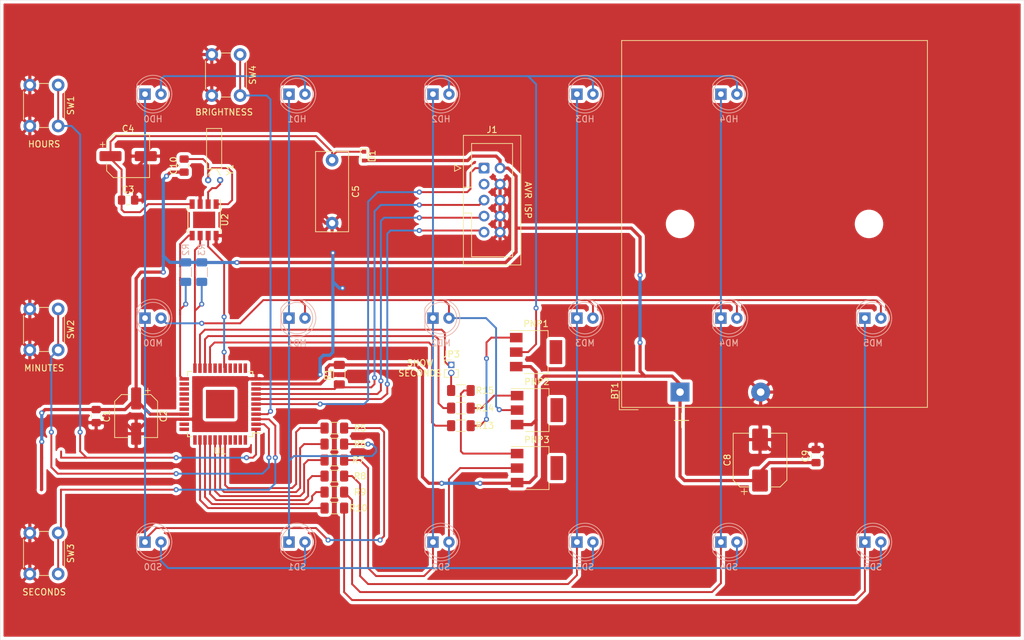
<source format=kicad_pcb>
(kicad_pcb (version 20171130) (host pcbnew 5.1.7)
  (layers (0 F.Cu signal) (31 B.Cu signal) (34 B.Paste user) (35 F.Paste user) (36 B.SilkS user) (37 F.SilkS user) (38 B.Mask user) (39 F.Mask user) (44 Edge.Cuts user))
  (net 0 "")
  (net 1 VCC)
  (net 2 GND)
  (net 3 "Net-(C3-Pad1)")
  (net 4 "Net-(C10-Pad2)")
  (net 5 "Net-(HD0-Pad2)")
  (net 6 "Net-(HD0-Pad1)")
  (net 7 "Net-(HD1-Pad1)")
  (net 8 "Net-(HD2-Pad1)")
  (net 9 "Net-(HD3-Pad1)")
  (net 10 "Net-(HD4-Pad1)")
  (net 11 /MOSI)
  (net 12 "Net-(J1-Pad3)")
  (net 13 /RST)
  (net 14 /SCK)
  (net 15 /MISO)
  (net 16 /HOUR_LED)
  (net 17 /MINUTE_LED)
  (net 18 /SECOND_LED)
  (net 19 "Net-(JP3-Pad2)")
  (net 20 "Net-(MD0-Pad2)")
  (net 21 "Net-(MD5-Pad1)")
  (net 22 /SDA)
  (net 23 /SCL)
  (net 24 /INC_HOUR)
  (net 25 /LED0)
  (net 26 /LED1)
  (net 27 /LED2)
  (net 28 /LED3)
  (net 29 /LED4)
  (net 30 /LED5)
  (net 31 /INC_MINUTE)
  (net 32 /INC_SECOND)
  (net 33 "Net-(U1-Pad5)")
  (net 34 "Net-(U1-Pad12)")
  (net 35 "Net-(U1-Pad13)")
  (net 36 "Net-(U1-Pad14)")
  (net 37 "Net-(U1-Pad15)")
  (net 38 /RTC_INT)
  (net 39 "Net-(U1-Pad17)")
  (net 40 "Net-(U1-Pad18)")
  (net 41 "Net-(U1-Pad24)")
  (net 42 "Net-(U1-Pad25)")
  (net 43 "Net-(U1-Pad26)")
  (net 44 "Net-(U1-Pad27)")
  (net 45 "Net-(U1-Pad28)")
  (net 46 "Net-(U1-Pad29)")
  (net 47 "Net-(U1-Pad32)")
  (net 48 "Net-(U1-Pad33)")
  (net 49 "Net-(U1-Pad34)")
  (net 50 "Net-(U2-Pad2)")
  (net 51 "Net-(PNP1-Pad1)")
  (net 52 "Net-(PNP2-Pad1)")
  (net 53 "Net-(PNP3-Pad2)")
  (net 54 "Net-(PNP3-Pad1)")
  (net 55 /INC_BTNESS)
  (module Button_Switch_THT:SW_PUSH_6mm (layer F.Cu) (at 104.14 64.516 270)
    (fp_text reference SW4 (at 3.25 -2 90) (layer F.SilkS))
    (fp_text value INC_BTNESS)
    (pad 1 thru_hole circle (at 6.5 0) (size 2 2) (drill 1.1) (layers *.Cu *.Mask) (net 55 /INC_BTNESS))
    (pad 2 thru_hole circle (at 6.5 4.5) (size 2 2) (drill 1.1) (layers *.Cu *.Mask) (net 2 GND))
    (pad 1 thru_hole circle (at 0 0) (size 2 2) (drill 1.1) (layers *.Cu *.Mask) (net 55 /INC_BTNESS))
    (pad 2 thru_hole circle (at 0 4.5) (size 2 2) (drill 1.1) (layers *.Cu *.Mask) (net 2 GND))
  )
  (module LED_THT:LED_D5.0mm (layer B.Cu) (at 89.04 106.36)
    (fp_text reference MD0 (at 1.27 3.96) (layer B.SilkS) (effects (justify mirror)))
    (fp_text value LED)
    (pad 1 thru_hole rect (at 0 0) (size 1.8 1.8) (drill 0.9) (layers *.Cu *.Mask) (net 6 "Net-(HD0-Pad1)"))
    (pad 2 thru_hole circle (at 2.54 0) (size 1.8 1.8) (drill 0.9) (layers *.Cu *.Mask) (net 20 "Net-(MD0-Pad2)"))
  )
  (module LED_THT:LED_D5.0mm (layer B.Cu) (at 134.76 106.36)
    (fp_text reference MD2 (at 1.27 3.96) (layer B.SilkS) (effects (justify mirror)))
    (fp_text value LED)
    (pad 1 thru_hole rect (at 0 0) (size 1.8 1.8) (drill 0.9) (layers *.Cu *.Mask) (net 8 "Net-(HD2-Pad1)"))
    (pad 2 thru_hole circle (at 2.54 0) (size 1.8 1.8) (drill 0.9) (layers *.Cu *.Mask) (net 20 "Net-(MD0-Pad2)"))
  )
  (module LED_THT:LED_D5.0mm (layer B.Cu) (at 157.62 70.8)
    (fp_text reference HD3 (at 1.27 3.96) (layer B.SilkS) (effects (justify mirror)))
    (fp_text value LED)
    (pad 1 thru_hole rect (at 0 0) (size 1.8 1.8) (drill 0.9) (layers *.Cu *.Mask) (net 9 "Net-(HD3-Pad1)"))
    (pad 2 thru_hole circle (at 2.54 0) (size 1.8 1.8) (drill 0.9) (layers *.Cu *.Mask) (net 5 "Net-(HD0-Pad2)"))
  )
  (module Connector_IDC:IDC-Header_2x05_P2.54mm_Vertical (layer F.Cu) (at 142.875 82.55)
    (fp_text reference J1 (at 1.27 -6.1) (layer F.SilkS))
    (fp_text value AVR-ISP-10)
    (pad 10 thru_hole circle (at 2.54 10.16) (size 1.7 1.7) (drill 1) (layers *.Cu *.Mask) (net 2 GND))
    (pad 8 thru_hole circle (at 2.54 7.62) (size 1.7 1.7) (drill 1) (layers *.Cu *.Mask) (net 2 GND))
    (pad 6 thru_hole circle (at 2.54 5.08) (size 1.7 1.7) (drill 1) (layers *.Cu *.Mask) (net 2 GND))
    (pad 4 thru_hole circle (at 2.54 2.54) (size 1.7 1.7) (drill 1) (layers *.Cu *.Mask) (net 2 GND))
    (pad 2 thru_hole circle (at 2.54 0) (size 1.7 1.7) (drill 1) (layers *.Cu *.Mask) (net 1 VCC))
    (pad 9 thru_hole circle (at 0 10.16) (size 1.7 1.7) (drill 1) (layers *.Cu *.Mask) (net 15 /MISO))
    (pad 7 thru_hole circle (at 0 7.62) (size 1.7 1.7) (drill 1) (layers *.Cu *.Mask) (net 14 /SCK))
    (pad 5 thru_hole circle (at 0 5.08) (size 1.7 1.7) (drill 1) (layers *.Cu *.Mask) (net 13 /RST))
    (pad 3 thru_hole circle (at 0 2.54) (size 1.7 1.7) (drill 1) (layers *.Cu *.Mask) (net 12 "Net-(J1-Pad3)"))
    (pad 1 thru_hole roundrect (at 0 0) (size 1.7 1.7) (drill 1) (layers *.Cu *.Mask) (roundrect_rratio 0.147059) (net 11 /MOSI))
  )
  (module Connector_PinHeader_1.27mm:PinHeader_1x02_P1.27mm_Vertical (layer F.Cu) (at 137.668 113.792)
    (fp_text reference JP3 (at 0 -1.695) (layer F.SilkS))
    (fp_text value S_EN)
    (pad 1 thru_hole rect (at 0 0) (size 1 1) (drill 0.65) (layers *.Cu *.Mask) (net 18 /SECOND_LED))
    (pad 2 thru_hole oval (at 0 1.27) (size 1 1) (drill 0.65) (layers *.Cu *.Mask) (net 19 "Net-(JP3-Pad2)"))
  )
  (module LED_THT:LED_D5.0mm (layer B.Cu) (at 180.48 106.36)
    (fp_text reference MD4 (at 1.27 3.96) (layer B.SilkS) (effects (justify mirror)))
    (fp_text value LED)
    (pad 1 thru_hole rect (at 0 0) (size 1.8 1.8) (drill 0.9) (layers *.Cu *.Mask) (net 10 "Net-(HD4-Pad1)"))
    (pad 2 thru_hole circle (at 2.54 0) (size 1.8 1.8) (drill 0.9) (layers *.Cu *.Mask) (net 20 "Net-(MD0-Pad2)"))
  )
  (module Package_TO_SOT_SMD:SOT-223 (layer F.Cu) (at 151.27 130.175)
    (fp_text reference PNP3 (at 0 -4.5) (layer F.SilkS))
    (fp_text value Q_PNP_BCE hide)
    (pad 4 smd rect (at 3.15 0) (size 2 3.8) (layers F.Cu F.Paste F.Mask))
    (pad 2 smd rect (at -3.15 0) (size 2 1.5) (layers F.Cu F.Paste F.Mask) (net 53 "Net-(PNP3-Pad2)"))
    (pad 3 smd rect (at -3.15 2.3) (size 2 1.5) (layers F.Cu F.Paste F.Mask) (net 1 VCC))
    (pad 1 smd rect (at -3.15 -2.3) (size 2 1.5) (layers F.Cu F.Paste F.Mask) (net 54 "Net-(PNP3-Pad1)"))
  )
  (module Resistor_SMD:R_1206_3216Metric_Pad1.30x1.75mm_HandSolder (layer F.Cu) (at 119.888 115.342 90)
    (fp_text reference R1 (at 0 -1.82 90) (layer F.SilkS))
    (fp_text value 10k hide)
    (pad 1 smd roundrect (at -1.55 0 90) (size 1.3 1.75) (layers F.Cu F.Paste F.Mask) (roundrect_rratio 0.192308) (net 13 /RST))
    (pad 2 smd roundrect (at 1.55 0 90) (size 1.3 1.75) (layers F.Cu F.Paste F.Mask) (roundrect_rratio 0.192308) (net 1 VCC))
  )
  (module Resistor_SMD:R_1206_3216Metric_Pad1.30x1.75mm_HandSolder (layer B.Cu) (at 95.504 99.06 90)
    (fp_text reference R2 (at 3.556 0 90) (layer B.SilkS) (effects (justify mirror)))
    (fp_text value 4k7 hide)
    (pad 1 smd roundrect (at -1.55 0 90) (size 1.3 1.75) (layers B.Cu B.Paste B.Mask) (roundrect_rratio 0.192308) (net 22 /SDA))
    (pad 2 smd roundrect (at 1.55 0 90) (size 1.3 1.75) (layers B.Cu B.Paste B.Mask) (roundrect_rratio 0.192308) (net 1 VCC))
  )
  (module Crystal:Crystal_DS26_D2.0mm_L6.0mm_Horizontal (layer F.Cu) (at 100.965 84.455 180)
    (fp_text reference Y1 (at -1.57 1.625 90) (layer F.SilkS))
    (fp_text value 32768hZ)
    (pad 1 thru_hole circle (at 0 0 180) (size 1 1) (drill 0.5) (layers *.Cu *.Mask) (net 50 "Net-(U2-Pad2)"))
    (pad 2 thru_hole circle (at 1.9 0 180) (size 1 1) (drill 0.5) (layers *.Cu *.Mask) (net 4 "Net-(C10-Pad2)"))
  )
  (module LED_THT:LED_D5.0mm (layer B.Cu) (at 157.62 141.92)
    (fp_text reference SD3 (at 1.27 3.96) (layer B.SilkS) (effects (justify mirror)))
    (fp_text value LED)
    (pad 1 thru_hole rect (at 0 0) (size 1.8 1.8) (drill 0.9) (layers *.Cu *.Mask) (net 9 "Net-(HD3-Pad1)"))
    (pad 2 thru_hole circle (at 2.54 0) (size 1.8 1.8) (drill 0.9) (layers *.Cu *.Mask) (net 53 "Net-(PNP3-Pad2)"))
  )
  (module Capacitor_SMD:CP_Elec_6.3x5.3 (layer F.Cu) (at 87.63 121.92 270)
    (fp_text reference C2 (at 0 -4.35 90) (layer F.SilkS))
    (fp_text value 22u hide)
    (pad 2 smd roundrect (at 2.8 0 270) (size 3.5 1.6) (layers F.Cu F.Paste F.Mask) (roundrect_rratio 0.15625) (net 2 GND))
    (pad 1 smd roundrect (at -2.8 0 270) (size 3.5 1.6) (layers F.Cu F.Paste F.Mask) (roundrect_rratio 0.15625) (net 1 VCC))
  )
  (module Battery:BatteryHolder_TruPower_BH-331P_3xAA (layer F.Cu) (at 173.99 118.11 90)
    (fp_text reference BT1 (at 0.2 -10.35 90) (layer F.SilkS))
    (fp_text value 3x1.5V)
    (fp_text user + (at -4.5 0 90) (layer F.SilkS) (effects (font (size 3 3))))
    (pad 1 thru_hole rect (at 0 0 90) (size 3 3) (drill 1.2) (layers *.Cu *.Mask) (net 1 VCC))
    (pad 2 thru_hole circle (at 0 12.8 90) (size 3 3) (drill 1.2) (layers *.Cu *.Mask) (net 2 GND))
    (pad "" np_thru_hole circle (at 26.7 0 90) (size 3.5 3.5) (drill 3.5) (layers *.Cu *.Mask))
    (pad "" np_thru_hole circle (at 26.7 30 90) (size 3.5 3.5) (drill 3.5) (layers *.Cu *.Mask))
  )
  (module LED_THT:LED_D5.0mm (layer B.Cu) (at 134.76 70.8)
    (fp_text reference HD2 (at 1.27 3.96) (layer B.SilkS) (effects (justify mirror)))
    (fp_text value LED)
    (pad 2 thru_hole circle (at 2.54 0) (size 1.8 1.8) (drill 0.9) (layers *.Cu *.Mask) (net 5 "Net-(HD0-Pad2)"))
    (pad 1 thru_hole rect (at 0 0) (size 1.8 1.8) (drill 0.9) (layers *.Cu *.Mask) (net 8 "Net-(HD2-Pad1)"))
  )
  (module LED_THT:LED_D5.0mm (layer B.Cu) (at 134.76 141.92)
    (fp_text reference SD2 (at 1.27 3.96) (layer B.SilkS) (effects (justify mirror)))
    (fp_text value LED)
    (pad 2 thru_hole circle (at 2.54 0) (size 1.8 1.8) (drill 0.9) (layers *.Cu *.Mask) (net 53 "Net-(PNP3-Pad2)"))
    (pad 1 thru_hole rect (at 0 0) (size 1.8 1.8) (drill 0.9) (layers *.Cu *.Mask) (net 8 "Net-(HD2-Pad1)"))
  )
  (module LED_THT:LED_D5.0mm (layer B.Cu) (at 180.48 70.8)
    (fp_text reference HD4 (at 1.27 3.96) (layer B.SilkS) (effects (justify mirror)))
    (fp_text value LED)
    (pad 2 thru_hole circle (at 2.54 0) (size 1.8 1.8) (drill 0.9) (layers *.Cu *.Mask) (net 5 "Net-(HD0-Pad2)"))
    (pad 1 thru_hole rect (at 0 0) (size 1.8 1.8) (drill 0.9) (layers *.Cu *.Mask) (net 10 "Net-(HD4-Pad1)"))
  )
  (module LED_THT:LED_D5.0mm (layer B.Cu) (at 111.9 70.8)
    (fp_text reference HD1 (at 1.27 3.96) (layer B.SilkS) (effects (justify mirror)))
    (fp_text value LED)
    (pad 1 thru_hole rect (at 0 0) (size 1.8 1.8) (drill 0.9) (layers *.Cu *.Mask) (net 7 "Net-(HD1-Pad1)"))
    (pad 2 thru_hole circle (at 2.54 0) (size 1.8 1.8) (drill 0.9) (layers *.Cu *.Mask) (net 5 "Net-(HD0-Pad2)"))
  )
  (module Resistor_SMD:R_1206_3216Metric_Pad1.30x1.75mm_HandSolder (layer F.Cu) (at 119.1 136.525 180)
    (fp_text reference R10 (at -3.81 0) (layer F.SilkS))
    (fp_text value 56R hide)
    (pad 2 smd roundrect (at 1.55 0 180) (size 1.3 1.75) (layers F.Cu F.Paste F.Mask) (roundrect_rratio 0.192308) (net 30 /LED5))
    (pad 1 smd roundrect (at -1.55 0 180) (size 1.3 1.75) (layers F.Cu F.Paste F.Mask) (roundrect_rratio 0.192308) (net 21 "Net-(MD5-Pad1)"))
  )
  (module Diode_SMD:D_SOD-523 (layer F.Cu) (at 123.825 80.645 270)
    (fp_text reference D1 (at 0 -1.3 90) (layer F.SilkS))
    (fp_text value D_Schottky)
    (pad 1 smd rect (at -0.7 0 90) (size 0.6 0.7) (layers F.Cu F.Paste F.Mask) (net 3 "Net-(C3-Pad1)"))
    (pad 2 smd rect (at 0.7 0 90) (size 0.6 0.7) (layers F.Cu F.Paste F.Mask) (net 1 VCC))
  )
  (module Package_TO_SOT_SMD:SOT-223 (layer F.Cu) (at 151.13 111.76)
    (fp_text reference PNP1 (at 0 -4.5) (layer F.SilkS))
    (fp_text value Q_PNP_BCE hide)
    (pad 4 smd rect (at 3.15 0) (size 2 3.8) (layers F.Cu F.Paste F.Mask))
    (pad 2 smd rect (at -3.15 0) (size 2 1.5) (layers F.Cu F.Paste F.Mask) (net 5 "Net-(HD0-Pad2)"))
    (pad 3 smd rect (at -3.15 2.3) (size 2 1.5) (layers F.Cu F.Paste F.Mask) (net 1 VCC))
    (pad 1 smd rect (at -3.15 -2.3) (size 2 1.5) (layers F.Cu F.Paste F.Mask) (net 51 "Net-(PNP1-Pad1)"))
  )
  (module Resistor_SMD:R_1206_3216Metric_Pad1.30x1.75mm_HandSolder (layer B.Cu) (at 98.044 99.06 90)
    (fp_text reference R3 (at 3.556 0 90) (layer B.SilkS) (effects (justify mirror)))
    (fp_text value 4k7 hide)
    (pad 2 smd roundrect (at 1.55 0 90) (size 1.3 1.75) (layers B.Cu B.Paste B.Mask) (roundrect_rratio 0.192308) (net 1 VCC))
    (pad 1 smd roundrect (at -1.55 0 90) (size 1.3 1.75) (layers B.Cu B.Paste B.Mask) (roundrect_rratio 0.192308) (net 23 /SCL))
  )
  (module Package_SO:Diodes_SO-8EP (layer F.Cu) (at 98.425 90.7625 270)
    (fp_text reference U2 (at 0 -3.3 90) (layer F.SilkS))
    (fp_text value PCF8583P)
    (pad 1 smd rect (at -2.4975 -1.905 270) (size 1.505 0.802) (layers F.Cu F.Paste F.Mask) (net 4 "Net-(C10-Pad2)"))
    (pad 2 smd rect (at -2.4975 -0.635 270) (size 1.505 0.802) (layers F.Cu F.Paste F.Mask) (net 50 "Net-(U2-Pad2)"))
    (pad 3 smd rect (at -2.4975 0.635 270) (size 1.505 0.802) (layers F.Cu F.Paste F.Mask) (net 2 GND))
    (pad 4 smd rect (at -2.4975 1.905 270) (size 1.505 0.802) (layers F.Cu F.Paste F.Mask) (net 3 "Net-(C3-Pad1)"))
    (pad 5 smd rect (at 2.4975 1.905 270) (size 1.505 0.802) (layers F.Cu F.Paste F.Mask) (net 22 /SDA))
    (pad 6 smd rect (at 2.4975 0.635 270) (size 1.505 0.802) (layers F.Cu F.Paste F.Mask) (net 23 /SCL))
    (pad 7 smd rect (at 2.4975 -0.635 270) (size 1.505 0.802) (layers F.Cu F.Paste F.Mask) (net 38 /RTC_INT))
    (pad 8 smd rect (at 2.4975 -1.905 270) (size 1.505 0.802) (layers F.Cu F.Paste F.Mask) (net 2 GND))
    (pad 9 smd rect (at 0 0 270) (size 2.613 3.502) (layers F.Cu F.Paste F.Mask))
  )
  (module LED_THT:LED_D5.0mm (layer B.Cu) (at 157.62 106.36)
    (fp_text reference MD3 (at 1.27 3.96) (layer B.SilkS) (effects (justify mirror)))
    (fp_text value LED)
    (pad 2 thru_hole circle (at 2.54 0) (size 1.8 1.8) (drill 0.9) (layers *.Cu *.Mask) (net 20 "Net-(MD0-Pad2)"))
    (pad 1 thru_hole rect (at 0 0) (size 1.8 1.8) (drill 0.9) (layers *.Cu *.Mask) (net 9 "Net-(HD3-Pad1)"))
  )
  (module Capacitor_SMD:CP_Elec_8x10 (layer F.Cu) (at 186.69 128.905 90)
    (fp_text reference C8 (at 0 -5.2 90) (layer F.SilkS))
    (fp_text value 470u hide)
    (pad 2 smd roundrect (at 3.25 0 90) (size 3.5 2.5) (layers F.Cu F.Paste F.Mask) (roundrect_rratio 0.1) (net 2 GND))
    (pad 1 smd roundrect (at -3.25 0 90) (size 3.5 2.5) (layers F.Cu F.Paste F.Mask) (roundrect_rratio 0.1) (net 1 VCC))
  )
  (module LED_THT:LED_D5.0mm (layer B.Cu) (at 180.48 141.92)
    (fp_text reference SD4 (at 1.27 3.96) (layer B.SilkS) (effects (justify mirror)))
    (fp_text value LED)
    (pad 2 thru_hole circle (at 2.54 0) (size 1.8 1.8) (drill 0.9) (layers *.Cu *.Mask) (net 53 "Net-(PNP3-Pad2)"))
    (pad 1 thru_hole rect (at 0 0) (size 1.8 1.8) (drill 0.9) (layers *.Cu *.Mask) (net 10 "Net-(HD4-Pad1)"))
  )
  (module Resistor_SMD:R_1206_3216Metric_Pad1.30x1.75mm_HandSolder (layer F.Cu) (at 119.1 128.905 180)
    (fp_text reference R7 (at -3.81 0) (layer F.SilkS))
    (fp_text value 56R hide)
    (pad 1 smd roundrect (at -1.55 0 180) (size 1.3 1.75) (layers F.Cu F.Paste F.Mask) (roundrect_rratio 0.192308) (net 8 "Net-(HD2-Pad1)"))
    (pad 2 smd roundrect (at 1.55 0 180) (size 1.3 1.75) (layers F.Cu F.Paste F.Mask) (roundrect_rratio 0.192308) (net 27 /LED2))
  )
  (module Resistor_SMD:R_1206_3216Metric_Pad1.30x1.75mm_HandSolder (layer F.Cu) (at 139.192 123.444 180)
    (fp_text reference R13 (at -3.81 0) (layer F.SilkS))
    (fp_text value 2k2 hide)
    (pad 2 smd roundrect (at 1.55 0 180) (size 1.3 1.75) (layers F.Cu F.Paste F.Mask) (roundrect_rratio 0.192308) (net 16 /HOUR_LED))
    (pad 1 smd roundrect (at -1.55 0 180) (size 1.3 1.75) (layers F.Cu F.Paste F.Mask) (roundrect_rratio 0.192308) (net 51 "Net-(PNP1-Pad1)"))
  )
  (module Package_QFP:TQFP-44-1EP_10x10mm_P0.8mm_EP4.5x4.5mm (layer F.Cu) (at 100.965 120.015 180)
    (fp_text reference U1 (at 0 -7.45) (layer F.SilkS))
    (fp_text value ATmega32A-PU)
    (pad 1 smd rect (at -5.7 -4 180) (size 1.5 0.55) (layers F.Cu F.Paste F.Mask) (net 24 /INC_HOUR))
    (pad 2 smd rect (at -5.7 -3.2 180) (size 1.5 0.55) (layers F.Cu F.Paste F.Mask) (net 31 /INC_MINUTE))
    (pad 3 smd rect (at -5.7 -2.4 180) (size 1.5 0.55) (layers F.Cu F.Paste F.Mask) (net 32 /INC_SECOND))
    (pad 4 smd rect (at -5.7 -1.6 180) (size 1.5 0.55) (layers F.Cu F.Paste F.Mask) (net 55 /INC_BTNESS))
    (pad 5 smd rect (at -5.7 -0.8 180) (size 1.5 0.55) (layers F.Cu F.Paste F.Mask) (net 33 "Net-(U1-Pad5)"))
    (pad 6 smd rect (at -5.7 0 180) (size 1.5 0.55) (layers F.Cu F.Paste F.Mask) (net 11 /MOSI))
    (pad 7 smd rect (at -5.7 0.8 180) (size 1.5 0.55) (layers F.Cu F.Paste F.Mask) (net 15 /MISO))
    (pad 8 smd rect (at -5.7 1.6 180) (size 1.5 0.55) (layers F.Cu F.Paste F.Mask) (net 14 /SCK))
    (pad 9 smd rect (at -5.7 2.4 180) (size 1.5 0.55) (layers F.Cu F.Paste F.Mask) (net 13 /RST))
    (pad 10 smd rect (at -5.7 3.2 180) (size 1.5 0.55) (layers F.Cu F.Paste F.Mask) (net 1 VCC))
    (pad 11 smd rect (at -5.7 4 180) (size 1.5 0.55) (layers F.Cu F.Paste F.Mask) (net 2 GND))
    (pad 12 smd rect (at -4 5.7 270) (size 1.5 0.55) (layers F.Cu F.Paste F.Mask) (net 34 "Net-(U1-Pad12)"))
    (pad 13 smd rect (at -3.2 5.7 270) (size 1.5 0.55) (layers F.Cu F.Paste F.Mask) (net 35 "Net-(U1-Pad13)"))
    (pad 14 smd rect (at -2.4 5.7 270) (size 1.5 0.55) (layers F.Cu F.Paste F.Mask) (net 36 "Net-(U1-Pad14)"))
    (pad 15 smd rect (at -1.6 5.7 270) (size 1.5 0.55) (layers F.Cu F.Paste F.Mask) (net 37 "Net-(U1-Pad15)"))
    (pad 16 smd rect (at -0.8 5.7 270) (size 1.5 0.55) (layers F.Cu F.Paste F.Mask) (net 38 /RTC_INT))
    (pad 17 smd rect (at 0 5.7 270) (size 1.5 0.55) (layers F.Cu F.Paste F.Mask) (net 39 "Net-(U1-Pad17)"))
    (pad 18 smd rect (at 0.8 5.7 270) (size 1.5 0.55) (layers F.Cu F.Paste F.Mask) (net 40 "Net-(U1-Pad18)"))
    (pad 19 smd rect (at 1.6 5.7 270) (size 1.5 0.55) (layers F.Cu F.Paste F.Mask) (net 16 /HOUR_LED))
    (pad 20 smd rect (at 2.4 5.7 270) (size 1.5 0.55) (layers F.Cu F.Paste F.Mask) (net 17 /MINUTE_LED))
    (pad 21 smd rect (at 3.2 5.7 270) (size 1.5 0.55) (layers F.Cu F.Paste F.Mask) (net 18 /SECOND_LED))
    (pad 22 smd rect (at 4 5.7 270) (size 1.5 0.55) (layers F.Cu F.Paste F.Mask) (net 23 /SCL))
    (pad 23 smd rect (at 5.7 4 180) (size 1.5 0.55) (layers F.Cu F.Paste F.Mask) (net 22 /SDA))
    (pad 24 smd rect (at 5.7 3.2 180) (size 1.5 0.55) (layers F.Cu F.Paste F.Mask) (net 41 "Net-(U1-Pad24)"))
    (pad 25 smd rect (at 5.7 2.4 180) (size 1.5 0.55) (layers F.Cu F.Paste F.Mask) (net 42 "Net-(U1-Pad25)"))
    (pad 26 smd rect (at 5.7 1.6 180) (size 1.5 0.55) (layers F.Cu F.Paste F.Mask) (net 43 "Net-(U1-Pad26)"))
    (pad 27 smd rect (at 5.7 0.8 180) (size 1.5 0.55) (layers F.Cu F.Paste F.Mask) (net 44 "Net-(U1-Pad27)"))
    (pad 28 smd rect (at 5.7 0 180) (size 1.5 0.55) (layers F.Cu F.Paste F.Mask) (net 45 "Net-(U1-Pad28)"))
    (pad 29 smd rect (at 5.7 -0.8 180) (size 1.5 0.55) (layers F.Cu F.Paste F.Mask) (net 46 "Net-(U1-Pad29)"))
    (pad 30 smd rect (at 5.7 -1.6 180) (size 1.5 0.55) (layers F.Cu F.Paste F.Mask) (net 1 VCC))
    (pad 31 smd rect (at 5.7 -2.4 180) (size 1.5 0.55) (layers F.Cu F.Paste F.Mask) (net 2 GND))
    (pad 32 smd rect (at 5.7 -3.2 180) (size 1.5 0.55) (layers F.Cu F.Paste F.Mask) (net 47 "Net-(U1-Pad32)"))
    (pad 33 smd rect (at 5.7 -4 180) (size 1.5 0.55) (layers F.Cu F.Paste F.Mask) (net 48 "Net-(U1-Pad33)"))
    (pad 34 smd rect (at 4 -5.7 270) (size 1.5 0.55) (layers F.Cu F.Paste F.Mask) (net 49 "Net-(U1-Pad34)"))
    (pad 35 smd rect (at 3.2 -5.7 270) (size 1.5 0.55) (layers F.Cu F.Paste F.Mask) (net 30 /LED5))
    (pad 36 smd rect (at 2.4 -5.7 270) (size 1.5 0.55) (layers F.Cu F.Paste F.Mask) (net 29 /LED4))
    (pad 37 smd rect (at 1.6 -5.7 270) (size 1.5 0.55) (layers F.Cu F.Paste F.Mask) (net 28 /LED3))
    (pad 38 smd rect (at 0.8 -5.7 270) (size 1.5 0.55) (layers F.Cu F.Paste F.Mask) (net 27 /LED2))
    (pad 39 smd rect (at 0 -5.7 270) (size 1.5 0.55) (layers F.Cu F.Paste F.Mask) (net 26 /LED1))
    (pad 40 smd rect (at -0.8 -5.7 270) (size 1.5 0.55) (layers F.Cu F.Paste F.Mask) (net 25 /LED0))
    (pad 41 smd rect (at -1.6 -5.7 270) (size 1.5 0.55) (layers F.Cu F.Paste F.Mask))
    (pad 42 smd rect (at -2.4 -5.7 270) (size 1.5 0.55) (layers F.Cu F.Paste F.Mask))
    (pad 43 smd rect (at -3.2 -5.7 270) (size 1.5 0.55) (layers F.Cu F.Paste F.Mask))
    (pad 44 smd rect (at -4 -5.7 270) (size 1.5 0.55) (layers F.Cu F.Paste F.Mask))
    (pad 45 smd rect (at 0 0 180) (size 4.5 4.5) (layers F.Cu F.Mask))
  )
  (module Resistor_SMD:R_1206_3216Metric_Pad1.30x1.75mm_HandSolder (layer F.Cu) (at 139.192 117.856 180)
    (fp_text reference R15 (at -3.81 0) (layer F.SilkS))
    (fp_text value 2k2 hide)
    (pad 1 smd roundrect (at -1.55 0 180) (size 1.3 1.75) (layers F.Cu F.Paste F.Mask) (roundrect_rratio 0.192308) (net 54 "Net-(PNP3-Pad1)"))
    (pad 2 smd roundrect (at 1.55 0 180) (size 1.3 1.75) (layers F.Cu F.Paste F.Mask) (roundrect_rratio 0.192308) (net 19 "Net-(JP3-Pad2)"))
  )
  (module Resistor_SMD:R_1206_3216Metric_Pad1.30x1.75mm_HandSolder (layer F.Cu) (at 139.192 120.65 180)
    (fp_text reference R14 (at -3.81 0) (layer F.SilkS))
    (fp_text value 2k2 hide)
    (pad 2 smd roundrect (at 1.55 0 180) (size 1.3 1.75) (layers F.Cu F.Paste F.Mask) (roundrect_rratio 0.192308) (net 17 /MINUTE_LED))
    (pad 1 smd roundrect (at -1.55 0 180) (size 1.3 1.75) (layers F.Cu F.Paste F.Mask) (roundrect_rratio 0.192308) (net 52 "Net-(PNP2-Pad1)"))
  )
  (module Capacitor_SMD:C_0805_2012Metric_Pad1.18x1.45mm_HandSolder (layer F.Cu) (at 195.58 128.27 90)
    (fp_text reference C9 (at 0 -1.68 90) (layer F.SilkS))
    (fp_text value 100n hide)
    (pad 1 smd roundrect (at -1.0375 0 90) (size 1.175 1.45) (layers F.Cu F.Paste F.Mask) (roundrect_rratio 0.212766) (net 1 VCC))
    (pad 2 smd roundrect (at 1.0375 0 90) (size 1.175 1.45) (layers F.Cu F.Paste F.Mask) (roundrect_rratio 0.212766) (net 2 GND))
  )
  (module LED_THT:LED_D5.0mm (layer B.Cu) (at 89.04 70.8)
    (fp_text reference HD0 (at 1.27 3.96) (layer B.SilkS) (effects (justify mirror)))
    (fp_text value LED)
    (pad 2 thru_hole circle (at 2.54 0) (size 1.8 1.8) (drill 0.9) (layers *.Cu *.Mask) (net 5 "Net-(HD0-Pad2)"))
    (pad 1 thru_hole rect (at 0 0) (size 1.8 1.8) (drill 0.9) (layers *.Cu *.Mask) (net 6 "Net-(HD0-Pad1)"))
  )
  (module Capacitor_THT:C_Disc_D12.5mm_W5.0mm_P10.00mm (layer F.Cu) (at 118.745 81.28 270)
    (fp_text reference C5 (at 5 -3.75 90) (layer F.SilkS))
    (fp_text value 0.1-1F)
    (pad 2 thru_hole circle (at 10 0 270) (size 2 2) (drill 1) (layers *.Cu *.Mask) (net 2 GND))
    (pad 1 thru_hole circle (at 0 0 270) (size 2 2) (drill 1) (layers *.Cu *.Mask) (net 3 "Net-(C3-Pad1)"))
  )
  (module Package_TO_SOT_SMD:SOT-223 (layer F.Cu) (at 151.27 120.97)
    (fp_text reference PNP2 (at 0 -4.5) (layer F.SilkS))
    (fp_text value Q_PNP_BCE hide)
    (pad 1 smd rect (at -3.15 -2.3) (size 2 1.5) (layers F.Cu F.Paste F.Mask) (net 52 "Net-(PNP2-Pad1)"))
    (pad 3 smd rect (at -3.15 2.3) (size 2 1.5) (layers F.Cu F.Paste F.Mask) (net 1 VCC))
    (pad 2 smd rect (at -3.15 0) (size 2 1.5) (layers F.Cu F.Paste F.Mask) (net 20 "Net-(MD0-Pad2)"))
    (pad 4 smd rect (at 3.15 0) (size 2 3.8) (layers F.Cu F.Paste F.Mask))
  )
  (module LED_THT:LED_D5.0mm (layer B.Cu) (at 111.9 141.92)
    (fp_text reference SD1 (at 1.27 3.96) (layer B.SilkS) (effects (justify mirror)))
    (fp_text value LED)
    (pad 1 thru_hole rect (at 0 0) (size 1.8 1.8) (drill 0.9) (layers *.Cu *.Mask) (net 7 "Net-(HD1-Pad1)"))
    (pad 2 thru_hole circle (at 2.54 0) (size 1.8 1.8) (drill 0.9) (layers *.Cu *.Mask) (net 53 "Net-(PNP3-Pad2)"))
  )
  (module LED_THT:LED_D5.0mm (layer B.Cu) (at 89.04 141.92)
    (fp_text reference SD0 (at 1.27 3.96) (layer B.SilkS) (effects (justify mirror)))
    (fp_text value LED)
    (pad 2 thru_hole circle (at 2.54 0) (size 1.8 1.8) (drill 0.9) (layers *.Cu *.Mask) (net 53 "Net-(PNP3-Pad2)"))
    (pad 1 thru_hole rect (at 0 0) (size 1.8 1.8) (drill 0.9) (layers *.Cu *.Mask) (net 6 "Net-(HD0-Pad1)"))
  )
  (module LED_THT:LED_D5.0mm (layer B.Cu) (at 111.9 106.36)
    (fp_text reference MD1 (at 1.27 3.96) (layer B.SilkS) (effects (justify mirror)))
    (fp_text value LED)
    (pad 2 thru_hole circle (at 2.54 0) (size 1.8 1.8) (drill 0.9) (layers *.Cu *.Mask) (net 20 "Net-(MD0-Pad2)"))
    (pad 1 thru_hole rect (at 0 0) (size 1.8 1.8) (drill 0.9) (layers *.Cu *.Mask) (net 7 "Net-(HD1-Pad1)"))
  )
  (module Capacitor_SMD:C_0805_2012Metric_Pad1.18x1.45mm_HandSolder (layer F.Cu) (at 86.36 87.63)
    (fp_text reference C3 (at 0 -1.68) (layer F.SilkS))
    (fp_text value 22p hide)
    (pad 2 smd roundrect (at 1.0375 0) (size 1.175 1.45) (layers F.Cu F.Paste F.Mask) (roundrect_rratio 0.212766) (net 2 GND))
    (pad 1 smd roundrect (at -1.0375 0) (size 1.175 1.45) (layers F.Cu F.Paste F.Mask) (roundrect_rratio 0.212766) (net 3 "Net-(C3-Pad1)"))
  )
  (module Capacitor_SMD:CP_Elec_6.3x5.3 (layer F.Cu) (at 86.36 80.645)
    (fp_text reference C4 (at 0 -4.35) (layer F.SilkS))
    (fp_text value 47u hide)
    (pad 1 smd roundrect (at -2.8 0) (size 3.5 1.6) (layers F.Cu F.Paste F.Mask) (roundrect_rratio 0.15625) (net 3 "Net-(C3-Pad1)"))
    (pad 2 smd roundrect (at 2.8 0) (size 3.5 1.6) (layers F.Cu F.Paste F.Mask) (roundrect_rratio 0.15625) (net 2 GND))
  )
  (module Resistor_SMD:R_1206_3216Metric_Pad1.30x1.75mm_HandSolder (layer F.Cu) (at 119.1 133.985 180)
    (fp_text reference R9 (at -4.09 0) (layer F.SilkS))
    (fp_text value 56R hide)
    (pad 1 smd roundrect (at -1.55 0 180) (size 1.3 1.75) (layers F.Cu F.Paste F.Mask) (roundrect_rratio 0.192308) (net 10 "Net-(HD4-Pad1)"))
    (pad 2 smd roundrect (at 1.55 0 180) (size 1.3 1.75) (layers F.Cu F.Paste F.Mask) (roundrect_rratio 0.192308) (net 29 /LED4))
  )
  (module Capacitor_SMD:C_0805_2012Metric_Pad1.18x1.45mm_HandSolder (layer F.Cu) (at 81.28 121.92 270)
    (fp_text reference C1 (at 0 -1.68 90) (layer F.SilkS))
    (fp_text value 100n hide)
    (pad 1 smd roundrect (at -1.0375 0 270) (size 1.175 1.45) (layers F.Cu F.Paste F.Mask) (roundrect_rratio 0.212766) (net 1 VCC))
    (pad 2 smd roundrect (at 1.0375 0 270) (size 1.175 1.45) (layers F.Cu F.Paste F.Mask) (roundrect_rratio 0.212766) (net 2 GND))
  )
  (module LED_THT:LED_D5.0mm (layer B.Cu) (at 203.34 106.36)
    (fp_text reference MD5 (at 1.27 3.96) (layer B.SilkS) (effects (justify mirror)))
    (fp_text value LED)
    (pad 2 thru_hole circle (at 2.54 0) (size 1.8 1.8) (drill 0.9) (layers *.Cu *.Mask) (net 20 "Net-(MD0-Pad2)"))
    (pad 1 thru_hole rect (at 0 0) (size 1.8 1.8) (drill 0.9) (layers *.Cu *.Mask) (net 21 "Net-(MD5-Pad1)"))
  )
  (module Capacitor_SMD:C_0805_2012Metric_Pad1.18x1.45mm_HandSolder (layer F.Cu) (at 95.25 82.1475 90)
    (fp_text reference C10 (at 0 -1.68 90) (layer F.SilkS))
    (fp_text value 22p hide)
    (pad 2 smd roundrect (at 1.0375 0 90) (size 1.175 1.45) (layers F.Cu F.Paste F.Mask) (roundrect_rratio 0.212766) (net 4 "Net-(C10-Pad2)"))
    (pad 1 smd roundrect (at -1.0375 0 90) (size 1.175 1.45) (layers F.Cu F.Paste F.Mask) (roundrect_rratio 0.212766) (net 1 VCC))
  )
  (module Resistor_SMD:R_1206_3216Metric_Pad1.30x1.75mm_HandSolder (layer F.Cu) (at 119.1 126.365 180)
    (fp_text reference R6 (at -4.09 0) (layer F.SilkS))
    (fp_text value 56R hide)
    (pad 1 smd roundrect (at -1.55 0 180) (size 1.3 1.75) (layers F.Cu F.Paste F.Mask) (roundrect_rratio 0.192308) (net 7 "Net-(HD1-Pad1)"))
    (pad 2 smd roundrect (at 1.55 0 180) (size 1.3 1.75) (layers F.Cu F.Paste F.Mask) (roundrect_rratio 0.192308) (net 26 /LED1))
  )
  (module Resistor_SMD:R_1206_3216Metric_Pad1.30x1.75mm_HandSolder (layer F.Cu) (at 119.1 123.825 180)
    (fp_text reference R5 (at -4.09 0) (layer F.SilkS))
    (fp_text value 56R hide)
    (pad 1 smd roundrect (at -1.55 0 180) (size 1.3 1.75) (layers F.Cu F.Paste F.Mask) (roundrect_rratio 0.192308) (net 6 "Net-(HD0-Pad1)"))
    (pad 2 smd roundrect (at 1.55 0 180) (size 1.3 1.75) (layers F.Cu F.Paste F.Mask) (roundrect_rratio 0.192308) (net 25 /LED0))
  )
  (module Resistor_SMD:R_1206_3216Metric_Pad1.30x1.75mm_HandSolder (layer F.Cu) (at 119.1 131.445 180)
    (fp_text reference R8 (at -4.09 0) (layer F.SilkS))
    (fp_text value 56R hide)
    (pad 2 smd roundrect (at 1.55 0 180) (size 1.3 1.75) (layers F.Cu F.Paste F.Mask) (roundrect_rratio 0.192308) (net 28 /LED3))
    (pad 1 smd roundrect (at -1.55 0 180) (size 1.3 1.75) (layers F.Cu F.Paste F.Mask) (roundrect_rratio 0.192308) (net 9 "Net-(HD3-Pad1)"))
  )
  (module LED_THT:LED_D5.0mm (layer B.Cu) (at 203.34 141.92)
    (fp_text reference SD5 (at 1.27 3.96) (layer B.SilkS) (effects (justify mirror)))
    (fp_text value LED)
    (pad 2 thru_hole circle (at 2.54 0) (size 1.8 1.8) (drill 0.9) (layers *.Cu *.Mask) (net 53 "Net-(PNP3-Pad2)"))
    (pad 1 thru_hole rect (at 0 0) (size 1.8 1.8) (drill 0.9) (layers *.Cu *.Mask) (net 21 "Net-(MD5-Pad1)"))
  )
  (module Button_Switch_THT:SW_PUSH_6mm (layer F.Cu) (at 75.25 69.355 270)
    (fp_text reference SW1 (at 3.25 -2 90) (layer F.SilkS))
    (fp_text value INC_HOUR)
    (pad 1 thru_hole circle (at 6.5 0) (size 2 2) (drill 1.1) (layers *.Cu *.Mask) (net 24 /INC_HOUR))
    (pad 2 thru_hole circle (at 6.5 4.5) (size 2 2) (drill 1.1) (layers *.Cu *.Mask) (net 2 GND))
    (pad 1 thru_hole circle (at 0 0) (size 2 2) (drill 1.1) (layers *.Cu *.Mask) (net 24 /INC_HOUR))
    (pad 2 thru_hole circle (at 0 4.5) (size 2 2) (drill 1.1) (layers *.Cu *.Mask) (net 2 GND))
  )
  (module Button_Switch_THT:SW_PUSH_6mm (layer F.Cu) (at 75.25 104.915 270)
    (fp_text reference SW2 (at 3.25 -2 90) (layer F.SilkS))
    (fp_text value INC_MINUTE)
    (pad 2 thru_hole circle (at 0 4.5) (size 2 2) (drill 1.1) (layers *.Cu *.Mask) (net 2 GND))
    (pad 1 thru_hole circle (at 0 0) (size 2 2) (drill 1.1) (layers *.Cu *.Mask) (net 31 /INC_MINUTE))
    (pad 2 thru_hole circle (at 6.5 4.5) (size 2 2) (drill 1.1) (layers *.Cu *.Mask) (net 2 GND))
    (pad 1 thru_hole circle (at 6.5 0) (size 2 2) (drill 1.1) (layers *.Cu *.Mask) (net 31 /INC_MINUTE))
  )
  (module Button_Switch_THT:SW_PUSH_6mm (layer F.Cu) (at 75.25 140.475 270)
    (fp_text reference SW3 (at 3.25 -2 90) (layer F.SilkS))
    (fp_text value INC_SECOND)
    (pad 2 thru_hole circle (at 0 4.5) (size 2 2) (drill 1.1) (layers *.Cu *.Mask) (net 2 GND))
    (pad 1 thru_hole circle (at 0 0) (size 2 2) (drill 1.1) (layers *.Cu *.Mask) (net 32 /INC_SECOND))
    (pad 2 thru_hole circle (at 6.5 4.5) (size 2 2) (drill 1.1) (layers *.Cu *.Mask) (net 2 GND))
    (pad 1 thru_hole circle (at 6.5 0) (size 2 2) (drill 1.1) (layers *.Cu *.Mask) (net 32 /INC_SECOND))
  )
  (gr_text BRIGHTNESS (at 101.6 73.66) (layer F.SilkS) (effects (font (size 1 1))))
  (gr_text "AVR ISP" (at 149.86 87.63 270) (layer F.SilkS) (effects (font (size 1 1))))
  (gr_text "SHOW\nSECONDS" (at 132.715 114.3) (layer F.SilkS) (effects (font (size 1 1))))
  (gr_text SECONDS (at 73.025 149.86) (layer F.SilkS) (effects (font (size 1 1))))
  (gr_text MINUTES (at 73.025 114.3) (layer F.SilkS) (effects (font (size 1 1))))
  (gr_text HOURS (at 73.025 78.74) (layer F.SilkS) (effects (font (size 1 1))))
  (gr_line (start 66.04 55.88) (end 228.6 55.88) (layer Edge.Cuts) (width 0.05))
  (gr_line (start 66.04 157.48) (end 66.04 55.88) (layer Edge.Cuts) (width 0.05))
  (gr_line (start 228.6 157.48) (end 66.04 157.48) (layer Edge.Cuts) (width 0.05))
  (gr_line (start 228.6 55.88) (end 228.6 157.48) (layer Edge.Cuts) (width 0.05))
  (segment (start 173.99 118.11) (end 173.355 118.745) (width 0.508) (layer F.Cu) (net 1))
  (segment (start 173.355 118.745) (end 173.99 119.38) (width 0.508) (layer F.Cu) (net 1))
  (segment (start 173.99 119.38) (end 173.99 131.445) (width 0.508) (layer F.Cu) (net 1))
  (segment (start 174.7 132.155) (end 186.69 132.155) (width 0.508) (layer F.Cu) (net 1))
  (segment (start 173.99 131.445) (end 174.7 132.155) (width 0.508) (layer F.Cu) (net 1))
  (segment (start 195.58 129.3075) (end 188.1925 129.3075) (width 0.508) (layer F.Cu) (net 1))
  (segment (start 186.69 130.81) (end 186.69 132.155) (width 0.508) (layer F.Cu) (net 1))
  (segment (start 188.1925 129.3075) (end 186.69 130.81) (width 0.508) (layer F.Cu) (net 1))
  (segment (start 147.98 114.06) (end 150.255 114.06) (width 0.508) (layer F.Cu) (net 1))
  (segment (start 150.255 114.06) (end 151.13 114.935) (width 0.508) (layer F.Cu) (net 1))
  (segment (start 150.415 123.27) (end 148.12 123.27) (width 0.508) (layer F.Cu) (net 1))
  (segment (start 151.13 122.555) (end 150.415 123.27) (width 0.508) (layer F.Cu) (net 1))
  (segment (start 151.13 122.555) (end 151.13 131.445) (width 0.508) (layer F.Cu) (net 1))
  (segment (start 150.1 132.475) (end 148.12 132.475) (width 0.508) (layer F.Cu) (net 1))
  (segment (start 151.13 131.445) (end 150.1 132.475) (width 0.508) (layer F.Cu) (net 1))
  (segment (start 85.8675 120.8825) (end 87.63 119.12) (width 0.508) (layer F.Cu) (net 1))
  (segment (start 81.28 120.8825) (end 85.8675 120.8825) (width 0.508) (layer F.Cu) (net 1))
  (segment (start 87.63 119.12) (end 87.63 119.38) (width 0.508) (layer F.Cu) (net 1))
  (segment (start 89.865 121.615) (end 95.265 121.615) (width 0.508) (layer F.Cu) (net 1))
  (segment (start 87.63 119.38) (end 89.865 121.615) (width 0.508) (layer F.Cu) (net 1))
  (segment (start 123.825 81.345) (end 140.27 81.345) (width 0.508) (layer F.Cu) (net 1))
  (segment (start 140.27 81.345) (end 140.97 80.645) (width 0.508) (layer F.Cu) (net 1))
  (segment (start 140.97 80.645) (end 144.78 80.645) (width 0.508) (layer F.Cu) (net 1))
  (segment (start 145.415 81.28) (end 145.415 82.55) (width 0.508) (layer F.Cu) (net 1))
  (segment (start 144.78 80.645) (end 145.415 81.28) (width 0.508) (layer F.Cu) (net 1))
  (segment (start 146.685 82.55) (end 145.415 82.55) (width 0.508) (layer F.Cu) (net 1))
  (segment (start 147.955 83.82) (end 146.685 82.55) (width 0.508) (layer F.Cu) (net 1))
  (segment (start 173.99 118.11) (end 173.99 116.84) (width 0.508) (layer F.Cu) (net 1))
  (segment (start 173.99 116.84) (end 172.72 115.57) (width 0.508) (layer F.Cu) (net 1))
  (segment (start 152.4 115.57) (end 151.13 116.84) (width 0.508) (layer F.Cu) (net 1))
  (segment (start 151.13 116.84) (end 151.13 122.555) (width 0.508) (layer F.Cu) (net 1))
  (segment (start 151.13 114.935) (end 151.13 116.84) (width 0.508) (layer F.Cu) (net 1))
  (segment (start 72.618 128.524) (end 72.618 131.064) (width 0.508) (layer F.Cu) (net 1))
  (segment (start 72.618 133.578) (end 72.592 133.604) (width 0.508) (layer F.Cu) (net 1))
  (segment (start 72.618 131.064) (end 72.618 133.578) (width 0.508) (layer F.Cu) (net 1))
  (segment (start 106.665 116.815) (end 116.865 116.815) (width 0.508) (layer F.Cu) (net 1))
  (segment (start 116.865 116.815) (end 117.856 115.824) (width 0.508) (layer F.Cu) (net 1))
  (segment (start 117.856 115.824) (end 117.856 114.3) (width 0.508) (layer F.Cu) (net 1))
  (segment (start 117.856 114.3) (end 118.364 113.792) (width 0.508) (layer F.Cu) (net 1))
  (segment (start 118.364 113.792) (end 119.888 113.792) (width 0.508) (layer F.Cu) (net 1))
  (segment (start 147.955 92.075) (end 166.243 92.075) (width 0.508) (layer F.Cu) (net 1))
  (segment (start 147.955 92.075) (end 147.955 83.82) (width 0.508) (layer F.Cu) (net 1))
  (segment (start 166.243 92.075) (end 167.64 93.472) (width 0.508) (layer F.Cu) (net 1))
  (via (at 167.64 99.568) (size 0.8) (drill 0.4) (layers F.Cu B.Cu) (net 1))
  (segment (start 167.64 93.472) (end 167.64 99.568) (width 0.508) (layer F.Cu) (net 1))
  (segment (start 167.64 99.568) (end 167.64 110.236) (width 0.508) (layer B.Cu) (net 1))
  (via (at 167.64 110.236) (size 0.8) (drill 0.4) (layers F.Cu B.Cu) (net 1))
  (segment (start 167.64 114.808) (end 168.402 115.57) (width 0.508) (layer F.Cu) (net 1))
  (segment (start 167.64 110.236) (end 167.64 114.808) (width 0.508) (layer F.Cu) (net 1))
  (segment (start 168.402 115.57) (end 152.4 115.57) (width 0.508) (layer F.Cu) (net 1))
  (segment (start 172.72 115.57) (end 168.402 115.57) (width 0.508) (layer F.Cu) (net 1))
  (segment (start 72.618 128.524) (end 72.618 126.01) (width 0.508) (layer F.Cu) (net 1))
  (via (at 72.644 125.984) (size 0.8) (drill 0.4) (layers F.Cu B.Cu) (net 1))
  (segment (start 72.618 126.01) (end 72.644 125.984) (width 0.508) (layer F.Cu) (net 1))
  (segment (start 72.644 125.984) (end 72.644 121.412) (width 0.508) (layer B.Cu) (net 1))
  (via (at 72.644 121.412) (size 0.8) (drill 0.4) (layers F.Cu B.Cu) (net 1))
  (segment (start 73.1735 120.8825) (end 81.28 120.8825) (width 0.508) (layer F.Cu) (net 1))
  (segment (start 72.644 121.412) (end 73.1735 120.8825) (width 0.508) (layer F.Cu) (net 1))
  (segment (start 119.888 113.792) (end 132.08 113.792) (width 0.508) (layer F.Cu) (net 1))
  (segment (start 132.08 113.792) (end 133.096 114.808) (width 0.508) (layer F.Cu) (net 1))
  (segment (start 133.096 114.808) (end 133.096 131.572) (width 0.508) (layer F.Cu) (net 1))
  (segment (start 133.096 131.572) (end 134.112 132.588) (width 0.508) (layer F.Cu) (net 1))
  (segment (start 134.112 132.588) (end 136.144 132.588) (width 0.508) (layer F.Cu) (net 1))
  (via (at 136.144 132.588) (size 0.8) (drill 0.4) (layers F.Cu B.Cu) (net 1))
  (segment (start 136.144 132.588) (end 142.24 132.588) (width 0.508) (layer B.Cu) (net 1))
  (via (at 142.24 132.588) (size 0.8) (drill 0.4) (layers F.Cu B.Cu) (net 1))
  (segment (start 148.007 132.588) (end 148.12 132.475) (width 0.508) (layer F.Cu) (net 1))
  (segment (start 142.24 132.588) (end 148.007 132.588) (width 0.508) (layer F.Cu) (net 1))
  (segment (start 95.25 83.185) (end 93.091 83.185) (width 0.508) (layer F.Cu) (net 1))
  (via (at 92.456 83.82) (size 0.8) (drill 0.4) (layers F.Cu B.Cu) (net 1))
  (segment (start 93.091 83.185) (end 92.456 83.82) (width 0.508) (layer F.Cu) (net 1))
  (segment (start 87.63 100.076) (end 87.63 119.12) (width 0.508) (layer F.Cu) (net 1))
  (segment (start 88.392 99.06) (end 87.63 100.076) (width 0.508) (layer F.Cu) (net 1))
  (segment (start 91.948 84.328) (end 92.456 83.82) (width 0.508) (layer B.Cu) (net 1))
  (segment (start 91.948 99.06) (end 88.392 99.06) (width 0.508) (layer F.Cu) (net 1))
  (via (at 91.948 99.06) (size 0.8) (drill 0.4) (layers F.Cu B.Cu) (net 1))
  (segment (start 95.504 97.51) (end 92.99 97.51) (width 0.508) (layer B.Cu) (net 1))
  (segment (start 92 96.52) (end 91.948 96.52) (width 0.508) (layer B.Cu) (net 1))
  (segment (start 92.99 97.51) (end 92 96.52) (width 0.508) (layer B.Cu) (net 1))
  (segment (start 91.948 96.52) (end 91.948 84.328) (width 0.508) (layer B.Cu) (net 1))
  (segment (start 91.948 99.06) (end 91.948 96.52) (width 0.508) (layer B.Cu) (net 1))
  (segment (start 95.504 97.51) (end 98.044 97.51) (width 0.508) (layer B.Cu) (net 1))
  (segment (start 147.955 95.25) (end 147.955 92.075) (width 0.508) (layer F.Cu) (net 1))
  (segment (start 147.955 95.25) (end 147.955 95.885) (width 0.508) (layer F.Cu) (net 1))
  (segment (start 147.955 95.885) (end 146.304 97.536) (width 0.508) (layer F.Cu) (net 1))
  (via (at 103.632 97.536) (size 0.8) (drill 0.4) (layers F.Cu B.Cu) (net 1))
  (segment (start 146.304 97.536) (end 103.632 97.536) (width 0.508) (layer F.Cu) (net 1))
  (segment (start 98.07 97.536) (end 98.044 97.51) (width 0.508) (layer B.Cu) (net 1))
  (segment (start 103.632 97.536) (end 98.07 97.536) (width 0.508) (layer B.Cu) (net 1))
  (segment (start 186.79 125.555) (end 186.69 125.655) (width 0.508) (layer F.Cu) (net 2))
  (segment (start 186.79 118.11) (end 186.79 125.555) (width 0.508) (layer F.Cu) (net 2))
  (segment (start 188.2675 127.2325) (end 186.69 125.655) (width 0.508) (layer F.Cu) (net 2))
  (segment (start 195.58 127.2325) (end 188.2675 127.2325) (width 0.508) (layer F.Cu) (net 2))
  (segment (start 85.8675 122.9575) (end 87.63 124.72) (width 0.508) (layer F.Cu) (net 2))
  (segment (start 81.28 122.9575) (end 85.8675 122.9575) (width 0.508) (layer F.Cu) (net 2))
  (segment (start 87.63 124.72) (end 87.63 124.46) (width 0.508) (layer F.Cu) (net 2))
  (segment (start 89.675 122.415) (end 95.265 122.415) (width 0.508) (layer F.Cu) (net 2))
  (segment (start 87.63 124.46) (end 89.675 122.415) (width 0.508) (layer F.Cu) (net 2))
  (segment (start 89.16 80.645) (end 89.16 81.02) (width 0.508) (layer F.Cu) (net 2))
  (segment (start 87.3975 82.7825) (end 87.3975 87.63) (width 0.508) (layer F.Cu) (net 2))
  (segment (start 89.16 81.02) (end 87.3975 82.7825) (width 0.508) (layer F.Cu) (net 2))
  (segment (start 118.745 94.615) (end 119.38 95.25) (width 0.508) (layer F.Cu) (net 2))
  (segment (start 119.38 95.25) (end 144.78 95.25) (width 0.508) (layer F.Cu) (net 2))
  (segment (start 145.415 94.615) (end 145.415 92.71) (width 0.508) (layer F.Cu) (net 2))
  (segment (start 144.78 95.25) (end 145.415 94.615) (width 0.508) (layer F.Cu) (net 2))
  (segment (start 145.415 90.17) (end 145.415 92.71) (width 0.508) (layer F.Cu) (net 2))
  (segment (start 145.415 87.63) (end 145.415 90.17) (width 0.508) (layer F.Cu) (net 2))
  (segment (start 145.415 85.09) (end 145.415 87.63) (width 0.508) (layer F.Cu) (net 2))
  (segment (start 118.025 93.26) (end 118.745 93.98) (width 0.508) (layer F.Cu) (net 2))
  (segment (start 100.33 93.26) (end 118.025 93.26) (width 0.508) (layer F.Cu) (net 2))
  (segment (start 118.745 93.98) (end 118.745 94.615) (width 0.508) (layer F.Cu) (net 2))
  (segment (start 118.745 91.28) (end 118.745 93.98) (width 0.508) (layer F.Cu) (net 2))
  (segment (start 87.3975 87.63) (end 87.3975 86.5925) (width 0.508) (layer F.Cu) (net 2))
  (segment (start 87.3975 86.5925) (end 88.265 85.725) (width 0.508) (layer F.Cu) (net 2))
  (segment (start 88.265 85.725) (end 97.155 85.725) (width 0.508) (layer F.Cu) (net 2))
  (segment (start 97.79 86.36) (end 97.79 88.265) (width 0.508) (layer F.Cu) (net 2))
  (segment (start 97.155 85.725) (end 97.79 86.36) (width 0.508) (layer F.Cu) (net 2))
  (segment (start 70.75 69.355) (end 70.75 75.855) (width 0.508) (layer F.Cu) (net 2))
  (segment (start 70.75 75.855) (end 70.75 104.915) (width 0.508) (layer F.Cu) (net 2))
  (segment (start 70.75 104.915) (end 70.75 111.415) (width 0.508) (layer F.Cu) (net 2))
  (segment (start 70.75 140.475) (end 70.75 146.975) (width 0.508) (layer F.Cu) (net 2))
  (segment (start 72.1575 122.9575) (end 70.75 121.55) (width 0.508) (layer F.Cu) (net 2))
  (segment (start 81.28 122.9575) (end 72.1575 122.9575) (width 0.508) (layer F.Cu) (net 2))
  (segment (start 70.75 121.55) (end 70.75 140.475) (width 0.508) (layer F.Cu) (net 2))
  (segment (start 70.75 111.415) (end 70.75 121.55) (width 0.508) (layer F.Cu) (net 2))
  (segment (start 89.16 80.645) (end 89.16 80.004) (width 0.508) (layer F.Cu) (net 2))
  (segment (start 89.16 80.004) (end 90.424 78.74) (width 0.508) (layer F.Cu) (net 2))
  (segment (start 90.424 78.74) (end 114.3 78.74) (width 0.508) (layer F.Cu) (net 2))
  (segment (start 114.3 78.74) (end 116.332 80.772) (width 0.508) (layer F.Cu) (net 2))
  (segment (start 116.332 80.772) (end 116.332 89.916) (width 0.508) (layer F.Cu) (net 2))
  (segment (start 117.696 91.28) (end 118.745 91.28) (width 0.508) (layer F.Cu) (net 2))
  (segment (start 116.332 89.916) (end 117.696 91.28) (width 0.508) (layer F.Cu) (net 2))
  (segment (start 118.872 96.012) (end 118.872 95.758) (width 0.508) (layer F.Cu) (net 2))
  (segment (start 118.872 95.758) (end 119.38 95.25) (width 0.508) (layer F.Cu) (net 2))
  (via (at 118.872 96.012) (size 0.8) (drill 0.4) (layers F.Cu B.Cu) (net 2))
  (segment (start 116.141 116.015) (end 106.665 116.015) (width 0.508) (layer F.Cu) (net 2))
  (segment (start 116.84 115.316) (end 116.141 116.015) (width 0.508) (layer F.Cu) (net 2))
  (via (at 116.84 115.316) (size 0.8) (drill 0.4) (layers F.Cu B.Cu) (net 2))
  (segment (start 116.84 115.316) (end 116.84 112.776) (width 0.508) (layer B.Cu) (net 2))
  (segment (start 116.84 112.776) (end 117.348 112.268) (width 0.508) (layer B.Cu) (net 2))
  (segment (start 118.364 112.268) (end 118.872 111.76) (width 0.508) (layer B.Cu) (net 2))
  (segment (start 117.348 112.268) (end 118.364 112.268) (width 0.508) (layer B.Cu) (net 2))
  (segment (start 95.265 122.415) (end 97.015 122.415) (width 0.508) (layer F.Cu) (net 2))
  (segment (start 98.044 123.444) (end 103.632 123.444) (width 0.508) (layer F.Cu) (net 2))
  (segment (start 97.015 122.415) (end 98.044 123.444) (width 0.508) (layer F.Cu) (net 2))
  (segment (start 103.632 123.444) (end 104.648 122.428) (width 0.508) (layer F.Cu) (net 2))
  (segment (start 105.473 116.015) (end 106.665 116.015) (width 0.508) (layer F.Cu) (net 2))
  (segment (start 104.648 122.428) (end 104.648 116.84) (width 0.508) (layer F.Cu) (net 2))
  (segment (start 104.648 116.84) (end 105.473 116.015) (width 0.508) (layer F.Cu) (net 2))
  (segment (start 186.79 118.11) (end 186.79 117.702) (width 0.508) (layer B.Cu) (net 2))
  (segment (start 186.79 118.11) (end 209.042 118.11) (width 0.508) (layer F.Cu) (net 2))
  (segment (start 209.042 118.11) (end 209.804 117.348) (width 0.508) (layer F.Cu) (net 2))
  (segment (start 209.804 117.348) (end 209.804 102.616) (width 0.508) (layer F.Cu) (net 2))
  (segment (start 209.804 102.616) (end 208.788 101.6) (width 0.508) (layer F.Cu) (net 2))
  (via (at 120.396 101.6) (size 0.8) (drill 0.4) (layers F.Cu B.Cu) (net 2))
  (segment (start 208.788 101.6) (end 120.396 101.6) (width 0.508) (layer F.Cu) (net 2))
  (segment (start 119.888 101.6) (end 118.872 100.584) (width 0.508) (layer B.Cu) (net 2))
  (segment (start 120.396 101.6) (end 119.888 101.6) (width 0.508) (layer B.Cu) (net 2))
  (segment (start 118.872 100.584) (end 118.872 96.012) (width 0.508) (layer B.Cu) (net 2))
  (segment (start 118.872 111.76) (end 118.872 100.584) (width 0.508) (layer B.Cu) (net 2))
  (segment (start 99.64 71.016) (end 99.64 64.516) (width 0.508) (layer F.Cu) (net 2))
  (segment (start 70.75 69.355) (end 70.75 65.14) (width 0.508) (layer F.Cu) (net 2))
  (segment (start 71.374 64.516) (end 99.64 64.516) (width 0.508) (layer F.Cu) (net 2))
  (segment (start 70.75 65.14) (end 71.374 64.516) (width 0.508) (layer F.Cu) (net 2))
  (segment (start 83.56 80.645) (end 83.82 80.645) (width 0.3048) (layer F.Cu) (net 3))
  (segment (start 83.56 80.645) (end 83.56 81.02) (width 0.3048) (layer F.Cu) (net 3))
  (segment (start 85.3225 82.7825) (end 85.3225 87.63) (width 0.3048) (layer F.Cu) (net 3))
  (segment (start 83.56 81.02) (end 85.3225 82.7825) (width 0.3048) (layer F.Cu) (net 3))
  (segment (start 118.745 81.28) (end 118.745 80.645) (width 0.3048) (layer F.Cu) (net 3))
  (segment (start 119.445 79.945) (end 123.825 79.945) (width 0.3048) (layer F.Cu) (net 3))
  (segment (start 118.745 80.645) (end 119.445 79.945) (width 0.3048) (layer F.Cu) (net 3))
  (segment (start 118.745 81.28) (end 118.745 80.01) (width 0.3048) (layer F.Cu) (net 3))
  (segment (start 118.745 80.01) (end 116.205 77.47) (width 0.3048) (layer F.Cu) (net 3))
  (segment (start 116.205 77.47) (end 84.455 77.47) (width 0.3048) (layer F.Cu) (net 3))
  (segment (start 83.56 78.365) (end 83.56 80.645) (width 0.3048) (layer F.Cu) (net 3))
  (segment (start 84.455 77.47) (end 83.56 78.365) (width 0.3048) (layer F.Cu) (net 3))
  (segment (start 96.52 88.265) (end 89.535 88.265) (width 0.3048) (layer F.Cu) (net 3))
  (segment (start 89.535 88.265) (end 88.265 89.535) (width 0.3048) (layer F.Cu) (net 3))
  (segment (start 88.265 89.535) (end 85.725 89.535) (width 0.3048) (layer F.Cu) (net 3))
  (segment (start 85.3225 89.1325) (end 85.3225 87.63) (width 0.3048) (layer F.Cu) (net 3))
  (segment (start 85.725 89.535) (end 85.3225 89.1325) (width 0.3048) (layer F.Cu) (net 3))
  (segment (start 99.065 84.455) (end 99.065 81.92) (width 0.3048) (layer F.Cu) (net 4))
  (segment (start 98.255 81.11) (end 95.25 81.11) (width 0.3048) (layer F.Cu) (net 4))
  (segment (start 99.065 81.92) (end 98.255 81.11) (width 0.3048) (layer F.Cu) (net 4))
  (segment (start 99.065 84.455) (end 99.065 83.18) (width 0.3048) (layer F.Cu) (net 4))
  (segment (start 99.065 83.18) (end 99.695 82.55) (width 0.3048) (layer F.Cu) (net 4))
  (segment (start 99.695 82.55) (end 102.235 82.55) (width 0.3048) (layer F.Cu) (net 4))
  (segment (start 102.235 82.55) (end 102.87 83.185) (width 0.3048) (layer F.Cu) (net 4))
  (segment (start 102.87 83.185) (end 102.87 87.63) (width 0.3048) (layer F.Cu) (net 4))
  (segment (start 102.87 87.63) (end 102.235 88.265) (width 0.3048) (layer F.Cu) (net 4))
  (segment (start 102.235 88.265) (end 100.33 88.265) (width 0.3048) (layer F.Cu) (net 4))
  (segment (start 91.58 70.8) (end 91.58 68.44) (width 0.3048) (layer B.Cu) (net 5))
  (segment (start 91.58 68.44) (end 92.075 67.945) (width 0.3048) (layer B.Cu) (net 5))
  (segment (start 92.075 67.945) (end 113.665 67.945) (width 0.3048) (layer B.Cu) (net 5))
  (segment (start 114.44 68.72) (end 114.44 70.8) (width 0.3048) (layer B.Cu) (net 5))
  (segment (start 113.665 67.945) (end 114.44 68.72) (width 0.3048) (layer B.Cu) (net 5))
  (segment (start 113.665 67.945) (end 136.525 67.945) (width 0.3048) (layer B.Cu) (net 5))
  (segment (start 137.3 68.72) (end 137.3 70.8) (width 0.3048) (layer B.Cu) (net 5))
  (segment (start 136.525 67.945) (end 137.3 68.72) (width 0.3048) (layer B.Cu) (net 5))
  (segment (start 160.16 68.72) (end 160.16 70.8) (width 0.3048) (layer B.Cu) (net 5))
  (segment (start 159.385 67.945) (end 160.16 68.72) (width 0.3048) (layer B.Cu) (net 5))
  (segment (start 159.385 67.945) (end 182.245 67.945) (width 0.3048) (layer B.Cu) (net 5))
  (segment (start 183.02 68.72) (end 183.02 70.8) (width 0.3048) (layer B.Cu) (net 5))
  (segment (start 182.245 67.945) (end 183.02 68.72) (width 0.3048) (layer B.Cu) (net 5))
  (segment (start 147.98 111.76) (end 149.86 111.76) (width 0.3048) (layer F.Cu) (net 5))
  (segment (start 149.86 111.76) (end 151.13 110.49) (width 0.3048) (layer F.Cu) (net 5))
  (via (at 151.13 104.775) (size 0.8) (drill 0.4) (layers F.Cu B.Cu) (net 5))
  (segment (start 151.13 110.49) (end 151.13 104.775) (width 0.3048) (layer F.Cu) (net 5))
  (segment (start 151.13 104.775) (end 151.13 69.215) (width 0.3048) (layer B.Cu) (net 5))
  (segment (start 151.13 69.215) (end 149.86 67.945) (width 0.3048) (layer B.Cu) (net 5))
  (segment (start 149.86 67.945) (end 159.385 67.945) (width 0.3048) (layer B.Cu) (net 5))
  (segment (start 136.525 67.945) (end 149.86 67.945) (width 0.3048) (layer B.Cu) (net 5))
  (segment (start 89.04 106.36) (end 89.04 70.8) (width 0.3048) (layer B.Cu) (net 6))
  (segment (start 120.65 123.825) (end 120.65 123.19) (width 0.3048) (layer F.Cu) (net 6))
  (segment (start 89.04 120.764) (end 89.04 106.36) (width 0.3048) (layer B.Cu) (net 6))
  (segment (start 89.04 141.92) (end 89.04 120.764) (width 0.3048) (layer B.Cu) (net 6))
  (segment (start 89.688 121.412) (end 89.04 120.764) (width 0.3048) (layer B.Cu) (net 6))
  (segment (start 89.04 141.92) (end 89.04 141.745) (width 0.3048) (layer B.Cu) (net 6))
  (via (at 118.11 141.605) (size 0.8) (drill 0.4) (layers F.Cu B.Cu) (net 6))
  (segment (start 118.11 141.605) (end 126.365 141.605) (width 0.3048) (layer B.Cu) (net 6))
  (via (at 126.365 141.605) (size 0.8) (drill 0.4) (layers F.Cu B.Cu) (net 6))
  (segment (start 126.365 141.605) (end 127 140.97) (width 0.3048) (layer F.Cu) (net 6))
  (segment (start 127 140.97) (end 127 124.46) (width 0.3048) (layer F.Cu) (net 6))
  (segment (start 126.365 123.825) (end 120.65 123.825) (width 0.3048) (layer F.Cu) (net 6))
  (segment (start 127 124.46) (end 126.365 123.825) (width 0.3048) (layer F.Cu) (net 6))
  (segment (start 89.04 141.92) (end 89.04 141.465) (width 0.3048) (layer F.Cu) (net 6))
  (segment (start 89.04 141.465) (end 90.805 139.7) (width 0.3048) (layer F.Cu) (net 6))
  (segment (start 116.205 139.7) (end 118.11 141.605) (width 0.3048) (layer F.Cu) (net 6))
  (segment (start 90.805 139.7) (end 116.205 139.7) (width 0.3048) (layer F.Cu) (net 6))
  (segment (start 111.9 70.8) (end 111.9 106.36) (width 0.3048) (layer B.Cu) (net 7))
  (segment (start 120.65 126.365) (end 124.46 126.365) (width 0.3048) (layer F.Cu) (net 7))
  (via (at 124.46 126.365) (size 0.8) (drill 0.4) (layers F.Cu B.Cu) (net 7))
  (segment (start 111.9 106.36) (end 111.9 121.425) (width 0.3048) (layer B.Cu) (net 7))
  (segment (start 124.46 126.365) (end 125.095 126.365) (width 0.3048) (layer B.Cu) (net 7))
  (segment (start 125.095 126.365) (end 125.73 127) (width 0.3048) (layer B.Cu) (net 7))
  (segment (start 125.73 127) (end 125.73 127.635) (width 0.3048) (layer B.Cu) (net 7))
  (segment (start 125.73 127.635) (end 125.095 128.27) (width 0.3048) (layer B.Cu) (net 7))
  (segment (start 112.675 128.27) (end 111.9 129.045) (width 0.3048) (layer B.Cu) (net 7))
  (segment (start 125.095 128.27) (end 112.675 128.27) (width 0.3048) (layer B.Cu) (net 7))
  (segment (start 111.9 121.425) (end 111.9 129.045) (width 0.3048) (layer B.Cu) (net 7))
  (segment (start 111.9 129.045) (end 111.9 141.92) (width 0.3048) (layer B.Cu) (net 7))
  (segment (start 134.76 141.92) (end 134.76 106.36) (width 0.3048) (layer B.Cu) (net 8))
  (segment (start 134.76 106.36) (end 134.76 70.8) (width 0.3048) (layer B.Cu) (net 8))
  (segment (start 133.35 147.32) (end 134.76 145.91) (width 0.3048) (layer F.Cu) (net 8))
  (segment (start 124.46 146.05) (end 125.73 147.32) (width 0.3048) (layer F.Cu) (net 8))
  (segment (start 125.73 147.32) (end 133.35 147.32) (width 0.3048) (layer F.Cu) (net 8))
  (segment (start 134.76 145.91) (end 134.76 141.92) (width 0.3048) (layer F.Cu) (net 8))
  (segment (start 124.46 130.175) (end 124.46 146.05) (width 0.3048) (layer F.Cu) (net 8))
  (segment (start 123.19 128.905) (end 124.46 130.175) (width 0.3048) (layer F.Cu) (net 8))
  (segment (start 120.65 128.905) (end 123.19 128.905) (width 0.3048) (layer F.Cu) (net 8))
  (segment (start 157.62 70.8) (end 157.62 106.36) (width 0.3048) (layer B.Cu) (net 9))
  (segment (start 157.62 106.36) (end 157.62 141.92) (width 0.3048) (layer B.Cu) (net 9))
  (segment (start 123.19 147.32) (end 124.46 148.59) (width 0.3048) (layer F.Cu) (net 9))
  (segment (start 124.46 148.59) (end 156.21 148.59) (width 0.3048) (layer F.Cu) (net 9))
  (segment (start 157.62 147.18) (end 157.62 141.92) (width 0.3048) (layer F.Cu) (net 9))
  (segment (start 156.21 148.59) (end 157.62 147.18) (width 0.3048) (layer F.Cu) (net 9))
  (segment (start 123.19 132.715) (end 123.19 147.32) (width 0.3048) (layer F.Cu) (net 9))
  (segment (start 121.92 131.445) (end 123.19 132.715) (width 0.3048) (layer F.Cu) (net 9))
  (segment (start 120.65 131.445) (end 121.92 131.445) (width 0.3048) (layer F.Cu) (net 9))
  (segment (start 180.48 141.92) (end 180.48 106.36) (width 0.3048) (layer B.Cu) (net 10))
  (segment (start 180.48 106.36) (end 180.48 70.8) (width 0.3048) (layer B.Cu) (net 10))
  (segment (start 180.48 148.45) (end 180.48 141.92) (width 0.3048) (layer F.Cu) (net 10))
  (segment (start 179.07 149.86) (end 180.48 148.45) (width 0.3048) (layer F.Cu) (net 10))
  (segment (start 123.19 149.86) (end 179.07 149.86) (width 0.3048) (layer F.Cu) (net 10))
  (segment (start 121.92 148.59) (end 123.19 149.86) (width 0.3048) (layer F.Cu) (net 10))
  (segment (start 121.92 135.255) (end 121.92 148.59) (width 0.3048) (layer F.Cu) (net 10))
  (segment (start 120.65 133.985) (end 121.92 135.255) (width 0.3048) (layer F.Cu) (net 10))
  (segment (start 106.665 120.015) (end 109.22 120.015) (width 0.3048) (layer F.Cu) (net 11))
  (segment (start 109.22 120.015) (end 116.84 120.015) (width 0.3048) (layer F.Cu) (net 11))
  (via (at 116.84 120.015) (size 0.8) (drill 0.4) (layers F.Cu B.Cu) (net 11))
  (via (at 132.588 86.36) (size 0.8) (drill 0.4) (layers F.Cu B.Cu) (net 11))
  (segment (start 140.716 83.312) (end 141.478 82.55) (width 0.3048) (layer F.Cu) (net 11))
  (segment (start 140.716 85.852) (end 140.716 83.312) (width 0.3048) (layer F.Cu) (net 11))
  (segment (start 140.208 86.36) (end 140.716 85.852) (width 0.3048) (layer F.Cu) (net 11))
  (segment (start 141.478 82.55) (end 142.875 82.55) (width 0.3048) (layer F.Cu) (net 11))
  (segment (start 132.588 86.36) (end 140.208 86.36) (width 0.3048) (layer F.Cu) (net 11))
  (segment (start 123.825 120.015) (end 116.84 120.015) (width 0.3048) (layer B.Cu) (net 11))
  (segment (start 124.46 119.38) (end 123.825 120.015) (width 0.3048) (layer B.Cu) (net 11))
  (segment (start 124.46 87.884) (end 124.46 119.38) (width 0.3048) (layer B.Cu) (net 11))
  (segment (start 125.984 86.36) (end 124.46 87.884) (width 0.3048) (layer B.Cu) (net 11))
  (segment (start 132.588 86.36) (end 125.984 86.36) (width 0.3048) (layer B.Cu) (net 11))
  (segment (start 142.24 88.265) (end 142.875 87.63) (width 0.3048) (layer F.Cu) (net 13))
  (via (at 132.588 88.392) (size 0.8) (drill 0.4) (layers F.Cu B.Cu) (net 13))
  (segment (start 142.113 88.392) (end 142.875 87.63) (width 0.3048) (layer F.Cu) (net 13))
  (segment (start 132.588 88.392) (end 142.113 88.392) (width 0.3048) (layer F.Cu) (net 13))
  (segment (start 119.38 116.84) (end 119.38 116.358) (width 0.3048) (layer F.Cu) (net 13))
  (segment (start 119.165 117.615) (end 119.888 116.892) (width 0.3048) (layer F.Cu) (net 13))
  (segment (start 106.665 117.615) (end 119.165 117.615) (width 0.3048) (layer F.Cu) (net 13))
  (segment (start 120.344 117.348) (end 119.888 116.892) (width 0.3048) (layer F.Cu) (net 13))
  (segment (start 124.968 117.348) (end 120.344 117.348) (width 0.3048) (layer F.Cu) (net 13))
  (segment (start 125.476 116.84) (end 124.968 117.348) (width 0.3048) (layer F.Cu) (net 13))
  (segment (start 126.492 88.392) (end 132.588 88.392) (width 0.3048) (layer B.Cu) (net 13))
  (segment (start 125.476 115.824) (end 125.476 89.408) (width 0.3048) (layer B.Cu) (net 13))
  (segment (start 125.476 89.408) (end 126.492 88.392) (width 0.3048) (layer B.Cu) (net 13))
  (via (at 125.476 115.824) (size 0.8) (drill 0.4) (layers F.Cu B.Cu) (net 13))
  (segment (start 125.476 116.84) (end 125.476 115.824) (width 0.3048) (layer F.Cu) (net 13))
  (segment (start 106.665 118.415) (end 107.142401 118.415) (width 0.3048) (layer F.Cu) (net 14))
  (via (at 132.588 90.424) (size 0.8) (drill 0.4) (layers F.Cu B.Cu) (net 14))
  (segment (start 142.621 90.424) (end 142.875 90.17) (width 0.3048) (layer F.Cu) (net 14))
  (segment (start 132.588 90.424) (end 142.621 90.424) (width 0.3048) (layer F.Cu) (net 14))
  (segment (start 127 90.424) (end 132.588 90.424) (width 0.3048) (layer B.Cu) (net 14))
  (segment (start 126.492 90.932) (end 127 90.424) (width 0.3048) (layer B.Cu) (net 14))
  (segment (start 126.492 116.332) (end 126.492 90.932) (width 0.3048) (layer B.Cu) (net 14))
  (segment (start 125.933 118.415) (end 106.665 118.415) (width 0.3048) (layer F.Cu) (net 14))
  (segment (start 126.492 117.856) (end 125.933 118.415) (width 0.3048) (layer F.Cu) (net 14))
  (segment (start 126.492 116.332) (end 126.492 117.856) (width 0.3048) (layer F.Cu) (net 14))
  (via (at 126.492 116.332) (size 0.8) (drill 0.4) (layers F.Cu B.Cu) (net 14))
  (via (at 132.588 92.456) (size 0.8) (drill 0.4) (layers F.Cu B.Cu) (net 15))
  (segment (start 142.621 92.456) (end 142.875 92.71) (width 0.3048) (layer F.Cu) (net 15))
  (segment (start 132.588 92.456) (end 142.621 92.456) (width 0.3048) (layer F.Cu) (net 15))
  (segment (start 127.508 92.964) (end 128.016 92.456) (width 0.3048) (layer B.Cu) (net 15))
  (segment (start 127.508 116.84) (end 127.508 92.964) (width 0.3048) (layer B.Cu) (net 15))
  (segment (start 128.016 92.456) (end 132.588 92.456) (width 0.3048) (layer B.Cu) (net 15))
  (via (at 127.508 116.84) (size 0.8) (drill 0.4) (layers F.Cu B.Cu) (net 15))
  (segment (start 126.492 119.215) (end 106.665 119.215) (width 0.3048) (layer F.Cu) (net 15))
  (segment (start 127.508 118.364) (end 126.492 119.215) (width 0.3048) (layer F.Cu) (net 15))
  (segment (start 127.508 116.84) (end 127.508 118.364) (width 0.3048) (layer F.Cu) (net 15))
  (segment (start 137.642 123.444) (end 135.128 123.444) (width 0.3048) (layer F.Cu) (net 16))
  (segment (start 135.128 123.444) (end 134.62 122.936) (width 0.3048) (layer F.Cu) (net 16))
  (segment (start 134.62 122.936) (end 134.62 110.744) (width 0.3048) (layer F.Cu) (net 16))
  (segment (start 134.62 110.744) (end 134.112 110.236) (width 0.3048) (layer F.Cu) (net 16))
  (segment (start 134.112 110.236) (end 100.076 110.236) (width 0.3048) (layer F.Cu) (net 16))
  (segment (start 100.076 110.236) (end 99.365 110.947) (width 0.3048) (layer F.Cu) (net 16))
  (segment (start 99.365 110.947) (end 99.365 114.315) (width 0.3048) (layer F.Cu) (net 16))
  (segment (start 137.642 120.65) (end 136.398 120.65) (width 0.3048) (layer F.Cu) (net 17))
  (segment (start 136.398 120.65) (end 135.636 119.888) (width 0.3048) (layer F.Cu) (net 17))
  (segment (start 135.636 119.888) (end 135.636 109.728) (width 0.3048) (layer F.Cu) (net 17))
  (segment (start 135.636 109.728) (end 135.128 109.22) (width 0.3048) (layer F.Cu) (net 17))
  (segment (start 135.128 109.22) (end 99.06 109.22) (width 0.3048) (layer F.Cu) (net 17))
  (segment (start 98.565 109.715) (end 98.565 114.315) (width 0.3048) (layer F.Cu) (net 17))
  (segment (start 99.06 109.22) (end 98.565 109.715) (width 0.3048) (layer F.Cu) (net 17))
  (segment (start 97.765 108.991) (end 97.765 114.315) (width 0.3048) (layer F.Cu) (net 18))
  (segment (start 98.552 108.204) (end 97.765 108.991) (width 0.3048) (layer F.Cu) (net 18))
  (segment (start 136.144 108.204) (end 98.552 108.204) (width 0.3048) (layer F.Cu) (net 18))
  (segment (start 136.652 108.712) (end 136.144 108.204) (width 0.3048) (layer F.Cu) (net 18))
  (segment (start 136.652 113.284) (end 136.652 108.712) (width 0.3048) (layer F.Cu) (net 18))
  (segment (start 137.16 113.792) (end 136.652 113.284) (width 0.3048) (layer F.Cu) (net 18))
  (segment (start 137.668 113.792) (end 137.16 113.792) (width 0.3048) (layer F.Cu) (net 18))
  (segment (start 137.642 115.088) (end 137.668 115.062) (width 0.3048) (layer F.Cu) (net 19))
  (segment (start 137.642 117.856) (end 137.642 115.088) (width 0.3048) (layer F.Cu) (net 19))
  (segment (start 114.44 104.28) (end 114.44 106.36) (width 0.3048) (layer F.Cu) (net 20))
  (segment (start 113.665 103.505) (end 136.525 103.505) (width 0.3048) (layer F.Cu) (net 20))
  (segment (start 137.3 104.28) (end 137.3 106.36) (width 0.3048) (layer F.Cu) (net 20))
  (segment (start 136.525 103.505) (end 137.3 104.28) (width 0.3048) (layer F.Cu) (net 20))
  (segment (start 136.525 103.505) (end 159.385 103.505) (width 0.3048) (layer F.Cu) (net 20))
  (segment (start 160.16 104.28) (end 160.16 106.36) (width 0.3048) (layer F.Cu) (net 20))
  (segment (start 159.385 103.505) (end 160.16 104.28) (width 0.3048) (layer F.Cu) (net 20))
  (segment (start 159.385 103.505) (end 182.245 103.505) (width 0.3048) (layer F.Cu) (net 20))
  (segment (start 183.02 104.28) (end 183.02 106.36) (width 0.3048) (layer F.Cu) (net 20))
  (segment (start 182.245 103.505) (end 183.02 104.28) (width 0.3048) (layer F.Cu) (net 20))
  (segment (start 182.245 103.505) (end 205.105 103.505) (width 0.3048) (layer F.Cu) (net 20))
  (segment (start 205.88 104.28) (end 205.88 106.36) (width 0.3048) (layer F.Cu) (net 20))
  (segment (start 205.105 103.505) (end 205.88 104.28) (width 0.3048) (layer F.Cu) (net 20))
  (segment (start 143.19 106.36) (end 137.3 106.36) (width 0.3048) (layer B.Cu) (net 20))
  (segment (start 144.78 107.95) (end 143.19 106.36) (width 0.3048) (layer B.Cu) (net 20))
  (segment (start 144.78 118.364) (end 144.78 107.95) (width 0.3048) (layer B.Cu) (net 20))
  (segment (start 144.78 118.364) (end 144.78 120.396) (width 0.3048) (layer B.Cu) (net 20))
  (via (at 145.288 120.904) (size 0.8) (drill 0.4) (layers F.Cu B.Cu) (net 20))
  (segment (start 144.78 120.396) (end 145.288 120.904) (width 0.3048) (layer B.Cu) (net 20))
  (segment (start 145.354 120.97) (end 148.12 120.97) (width 0.3048) (layer F.Cu) (net 20))
  (segment (start 145.288 120.904) (end 145.354 120.97) (width 0.3048) (layer F.Cu) (net 20))
  (segment (start 113.665 103.505) (end 114.44 104.28) (width 0.3048) (layer F.Cu) (net 20))
  (segment (start 113.665 103.505) (end 107.823 103.505) (width 0.3048) (layer F.Cu) (net 20))
  (segment (start 107.823 103.505) (end 104.14 107.188) (width 0.3048) (layer F.Cu) (net 20))
  (via (at 98.044 107.188) (size 0.8) (drill 0.4) (layers F.Cu B.Cu) (net 20))
  (segment (start 104.14 107.188) (end 98.044 107.188) (width 0.3048) (layer F.Cu) (net 20))
  (segment (start 92.408 107.188) (end 91.58 106.36) (width 0.3048) (layer B.Cu) (net 20))
  (segment (start 98.044 107.188) (end 92.408 107.188) (width 0.3048) (layer B.Cu) (net 20))
  (segment (start 203.34 106.36) (end 203.34 141.92) (width 0.3048) (layer B.Cu) (net 21))
  (segment (start 203.34 149.72) (end 203.34 141.92) (width 0.3048) (layer F.Cu) (net 21))
  (segment (start 201.93 151.13) (end 203.34 149.72) (width 0.3048) (layer F.Cu) (net 21))
  (segment (start 121.92 151.13) (end 201.93 151.13) (width 0.3048) (layer F.Cu) (net 21))
  (segment (start 120.65 149.86) (end 121.92 151.13) (width 0.3048) (layer F.Cu) (net 21))
  (segment (start 120.65 136.525) (end 120.65 149.86) (width 0.3048) (layer F.Cu) (net 21))
  (segment (start 95.97 93.26) (end 96.52 93.26) (width 0.3048) (layer F.Cu) (net 22))
  (segment (start 94.615 94.615) (end 95.97 93.26) (width 0.3048) (layer F.Cu) (net 22))
  (segment (start 95.06 116.015) (end 94.615 115.57) (width 0.3048) (layer F.Cu) (net 22))
  (segment (start 95.265 116.015) (end 95.06 116.015) (width 0.3048) (layer F.Cu) (net 22))
  (segment (start 94.615 100.33) (end 94.615 94.615) (width 0.3048) (layer F.Cu) (net 22))
  (segment (start 94.615 105.791) (end 94.615 105.029) (width 0.3048) (layer F.Cu) (net 22))
  (segment (start 94.615 115.57) (end 94.615 105.791) (width 0.3048) (layer F.Cu) (net 22))
  (segment (start 94.615 105.791) (end 94.615 100.33) (width 0.3048) (layer F.Cu) (net 22))
  (via (at 95.504 104.14) (size 0.8) (drill 0.4) (layers F.Cu B.Cu) (net 22))
  (segment (start 94.615 105.029) (end 95.504 104.14) (width 0.3048) (layer F.Cu) (net 22))
  (segment (start 95.504 104.14) (end 95.504 100.61) (width 0.3048) (layer B.Cu) (net 22))
  (segment (start 97.79 94.742) (end 97.79 93.26) (width 0.3048) (layer F.Cu) (net 23))
  (segment (start 96.965 95.567) (end 97.79 94.742) (width 0.3048) (layer F.Cu) (net 23))
  (segment (start 96.965 105.219) (end 98.044 104.14) (width 0.3048) (layer F.Cu) (net 23))
  (segment (start 96.965 114.315) (end 96.965 105.219) (width 0.3048) (layer F.Cu) (net 23))
  (segment (start 96.965 105.219) (end 96.965 95.567) (width 0.3048) (layer F.Cu) (net 23))
  (via (at 98.044 104.14) (size 0.8) (drill 0.4) (layers F.Cu B.Cu) (net 23))
  (segment (start 98.044 104.14) (end 98.044 100.61) (width 0.3048) (layer B.Cu) (net 23))
  (segment (start 75.25 75.855) (end 75.25 69.355) (width 0.3048) (layer F.Cu) (net 24))
  (via (at 93.98 128.524) (size 0.8) (drill 0.4) (layers F.Cu B.Cu) (net 24))
  (segment (start 106.665 128.031) (end 106.665 124.015) (width 0.3048) (layer F.Cu) (net 24))
  (segment (start 106.172 128.524) (end 106.665 128.031) (width 0.3048) (layer F.Cu) (net 24))
  (segment (start 93.98 128.524) (end 105.156 128.524) (width 0.3048) (layer B.Cu) (net 24))
  (segment (start 105.156 128.524) (end 106.172 128.524) (width 0.3048) (layer F.Cu) (net 24))
  (via (at 105.156 128.524) (size 0.8) (drill 0.4) (layers F.Cu B.Cu) (net 24))
  (segment (start 75.718 128.524) (end 75.718 127.534) (width 0.3048) (layer F.Cu) (net 24))
  (segment (start 79.756 128.524) (end 78.74 127.508) (width 0.3048) (layer F.Cu) (net 24))
  (segment (start 75.718 128.524) (end 79.756 128.524) (width 0.3048) (layer F.Cu) (net 24))
  (segment (start 79.756 128.524) (end 93.98 128.524) (width 0.3048) (layer F.Cu) (net 24))
  (segment (start 78.74 127.508) (end 78.74 124.46) (width 0.3048) (layer F.Cu) (net 24))
  (via (at 78.74 124.46) (size 0.8) (drill 0.4) (layers F.Cu B.Cu) (net 24))
  (segment (start 78.74 124.46) (end 78.74 77.216) (width 0.3048) (layer B.Cu) (net 24))
  (segment (start 77.379 75.855) (end 75.25 75.855) (width 0.3048) (layer B.Cu) (net 24))
  (segment (start 78.74 77.216) (end 77.379 75.855) (width 0.3048) (layer B.Cu) (net 24))
  (segment (start 113.665 123.825) (end 117.55 123.825) (width 0.3048) (layer F.Cu) (net 25))
  (segment (start 113.03 132.715) (end 113.03 124.46) (width 0.3048) (layer F.Cu) (net 25))
  (segment (start 112.395 133.35) (end 113.03 132.715) (width 0.3048) (layer F.Cu) (net 25))
  (segment (start 102.235 133.35) (end 112.395 133.35) (width 0.3048) (layer F.Cu) (net 25))
  (segment (start 113.03 124.46) (end 113.665 123.825) (width 0.3048) (layer F.Cu) (net 25))
  (segment (start 101.765 132.88) (end 102.235 133.35) (width 0.3048) (layer F.Cu) (net 25))
  (segment (start 101.765 125.715) (end 101.765 132.88) (width 0.3048) (layer F.Cu) (net 25))
  (segment (start 114.3 126.365) (end 117.55 126.365) (width 0.3048) (layer F.Cu) (net 26))
  (segment (start 113.665 127) (end 114.3 126.365) (width 0.3048) (layer F.Cu) (net 26))
  (segment (start 113.665 133.35) (end 113.665 127) (width 0.3048) (layer F.Cu) (net 26))
  (segment (start 113.03 133.985) (end 113.665 133.35) (width 0.3048) (layer F.Cu) (net 26))
  (segment (start 101.6 133.985) (end 113.03 133.985) (width 0.3048) (layer F.Cu) (net 26))
  (segment (start 100.965 133.35) (end 101.6 133.985) (width 0.3048) (layer F.Cu) (net 26))
  (segment (start 100.965 125.715) (end 100.965 133.35) (width 0.3048) (layer F.Cu) (net 26))
  (segment (start 100.965 134.62) (end 113.665 134.62) (width 0.3048) (layer F.Cu) (net 27))
  (segment (start 113.665 134.62) (end 114.3 133.985) (width 0.3048) (layer F.Cu) (net 27))
  (segment (start 114.3 133.985) (end 114.3 129.54) (width 0.3048) (layer F.Cu) (net 27))
  (segment (start 114.3 129.54) (end 114.935 128.905) (width 0.3048) (layer F.Cu) (net 27))
  (segment (start 114.935 128.905) (end 117.55 128.905) (width 0.3048) (layer F.Cu) (net 27))
  (segment (start 100.165 133.82) (end 100.965 134.62) (width 0.3048) (layer F.Cu) (net 27))
  (segment (start 100.165 127.8) (end 100.165 133.82) (width 0.3048) (layer F.Cu) (net 27))
  (segment (start 100.165 125.715) (end 100.165 127.8) (width 0.3048) (layer F.Cu) (net 27))
  (segment (start 100.165 127.8) (end 100.165 128.105) (width 0.3048) (layer F.Cu) (net 27))
  (segment (start 115.57 131.445) (end 117.55 131.445) (width 0.3048) (layer F.Cu) (net 28))
  (segment (start 114.935 132.08) (end 115.57 131.445) (width 0.3048) (layer F.Cu) (net 28))
  (segment (start 114.935 134.62) (end 114.935 132.08) (width 0.3048) (layer F.Cu) (net 28))
  (segment (start 114.3 135.255) (end 114.935 134.62) (width 0.3048) (layer F.Cu) (net 28))
  (segment (start 100.33 135.255) (end 114.3 135.255) (width 0.3048) (layer F.Cu) (net 28))
  (segment (start 99.365 134.29) (end 100.33 135.255) (width 0.3048) (layer F.Cu) (net 28))
  (segment (start 99.365 125.715) (end 99.365 134.29) (width 0.3048) (layer F.Cu) (net 28))
  (segment (start 98.552 125.728) (end 98.565 125.715) (width 0.3048) (layer F.Cu) (net 29))
  (segment (start 98.552 126.492) (end 98.552 125.728) (width 0.3048) (layer F.Cu) (net 29))
  (segment (start 115.57 134.62) (end 116.205 133.985) (width 0.3048) (layer F.Cu) (net 29))
  (segment (start 114.935 135.89) (end 115.57 135.255) (width 0.3048) (layer F.Cu) (net 29))
  (segment (start 116.205 133.985) (end 117.55 133.985) (width 0.3048) (layer F.Cu) (net 29))
  (segment (start 99.695 135.89) (end 114.935 135.89) (width 0.3048) (layer F.Cu) (net 29))
  (segment (start 115.57 135.255) (end 115.57 134.62) (width 0.3048) (layer F.Cu) (net 29))
  (segment (start 98.565 134.76) (end 99.695 135.89) (width 0.3048) (layer F.Cu) (net 29))
  (segment (start 98.565 125.715) (end 98.565 134.76) (width 0.3048) (layer F.Cu) (net 29))
  (segment (start 116.586 136.525) (end 117.55 136.525) (width 0.3048) (layer F.Cu) (net 30))
  (segment (start 99.06 136.525) (end 117.55 136.525) (width 0.3048) (layer F.Cu) (net 30))
  (segment (start 97.765 129.515) (end 97.7825 135.255) (width 0.3048) (layer F.Cu) (net 30))
  (segment (start 97.7825 135.255) (end 99.06 136.525) (width 0.3048) (layer F.Cu) (net 30))
  (segment (start 97.765 125.715) (end 97.765 129.515) (width 0.3048) (layer F.Cu) (net 30))
  (segment (start 75.25 111.415) (end 75.25 104.915) (width 0.3048) (layer F.Cu) (net 31))
  (segment (start 75.718 131.064) (end 93.98 131.064) (width 0.3048) (layer F.Cu) (net 31))
  (via (at 93.98 131.064) (size 0.8) (drill 0.4) (layers F.Cu B.Cu) (net 31))
  (segment (start 75.718 131.064) (end 75.184 131.064) (width 0.3048) (layer F.Cu) (net 31))
  (segment (start 75.184 131.064) (end 74.168 130.048) (width 0.3048) (layer F.Cu) (net 31))
  (via (at 74.168 124.46) (size 0.8) (drill 0.4) (layers F.Cu B.Cu) (net 31))
  (segment (start 74.168 130.048) (end 74.168 124.46) (width 0.3048) (layer F.Cu) (net 31))
  (segment (start 74.168 112.497) (end 75.25 111.415) (width 0.3048) (layer B.Cu) (net 31))
  (segment (start 74.168 124.46) (end 74.168 112.497) (width 0.3048) (layer B.Cu) (net 31))
  (segment (start 107.696 131.064) (end 93.98 131.064) (width 0.3048) (layer B.Cu) (net 31))
  (segment (start 108.712 130.048) (end 107.696 131.064) (width 0.3048) (layer B.Cu) (net 31))
  (segment (start 108.712 128.524) (end 108.712 130.048) (width 0.3048) (layer B.Cu) (net 31))
  (via (at 108.712 128.524) (size 0.8) (drill 0.4) (layers F.Cu B.Cu) (net 31))
  (segment (start 107.95 123.215) (end 106.665 123.215) (width 0.3048) (layer F.Cu) (net 31))
  (segment (start 108.712 123.952) (end 107.95 123.215) (width 0.3048) (layer F.Cu) (net 31))
  (segment (start 108.712 128.524) (end 108.712 123.952) (width 0.3048) (layer F.Cu) (net 31))
  (segment (start 75.25 140.475) (end 75.25 146.975) (width 0.3048) (layer F.Cu) (net 32))
  (segment (start 75.692 140.033) (end 75.25 140.475) (width 0.3048) (layer F.Cu) (net 32))
  (segment (start 75.692 133.604) (end 75.692 140.033) (width 0.3048) (layer F.Cu) (net 32))
  (segment (start 75.692 133.604) (end 93.98 133.604) (width 0.3048) (layer F.Cu) (net 32))
  (via (at 93.98 133.604) (size 0.8) (drill 0.4) (layers F.Cu B.Cu) (net 32))
  (via (at 109.728 128.524) (size 0.8) (drill 0.4) (layers F.Cu B.Cu) (net 32))
  (segment (start 108.712 133.604) (end 93.98 133.604) (width 0.3048) (layer B.Cu) (net 32))
  (segment (start 109.728 132.588) (end 108.712 133.604) (width 0.3048) (layer B.Cu) (net 32))
  (segment (start 109.728 128.524) (end 109.728 132.588) (width 0.3048) (layer B.Cu) (net 32))
  (segment (start 108.712 122.428) (end 106.665 122.415) (width 0.3048) (layer F.Cu) (net 32))
  (segment (start 109.728 123.444) (end 108.712 122.428) (width 0.3048) (layer F.Cu) (net 32))
  (segment (start 109.728 128.524) (end 109.728 123.444) (width 0.3048) (layer F.Cu) (net 32))
  (segment (start 99.06 94.996) (end 99.06 93.26) (width 0.3048) (layer F.Cu) (net 38))
  (segment (start 101.6 97.536) (end 99.06 94.996) (width 0.3048) (layer F.Cu) (net 38))
  (segment (start 101.6 106.172) (end 101.6 97.536) (width 0.3048) (layer F.Cu) (net 38))
  (via (at 101.6 106.172) (size 0.8) (drill 0.4) (layers F.Cu B.Cu) (net 38))
  (segment (start 101.6 106.172) (end 101.6 111.76) (width 0.3048) (layer B.Cu) (net 38))
  (segment (start 101.6 114.15) (end 101.765 114.315) (width 0.3048) (layer F.Cu) (net 38))
  (segment (start 101.6 111.76) (end 101.6 114.15) (width 0.3048) (layer F.Cu) (net 38))
  (via (at 101.6 111.76) (size 0.8) (drill 0.4) (layers F.Cu B.Cu) (net 38))
  (segment (start 100.965 84.455) (end 100.965 85.09) (width 0.3048) (layer F.Cu) (net 50))
  (segment (start 100.965 85.09) (end 100.33 85.725) (width 0.3048) (layer F.Cu) (net 50))
  (segment (start 100.33 85.725) (end 99.695 85.725) (width 0.3048) (layer F.Cu) (net 50))
  (segment (start 99.06 86.36) (end 99.06 88.265) (width 0.3048) (layer F.Cu) (net 50))
  (segment (start 99.695 85.725) (end 99.06 86.36) (width 0.3048) (layer F.Cu) (net 50))
  (segment (start 140.742 123.444) (end 142.24 123.444) (width 0.3048) (layer F.Cu) (net 51))
  (via (at 143.256 122.428) (size 0.8) (drill 0.4) (layers F.Cu B.Cu) (net 51))
  (segment (start 142.24 123.444) (end 143.256 122.428) (width 0.3048) (layer F.Cu) (net 51))
  (segment (start 143.256 122.428) (end 143.256 112.776) (width 0.3048) (layer B.Cu) (net 51))
  (via (at 143.256 112.776) (size 0.8) (drill 0.4) (layers F.Cu B.Cu) (net 51))
  (segment (start 143.256 112.776) (end 143.256 110.236) (width 0.3048) (layer F.Cu) (net 51))
  (segment (start 144.032 109.46) (end 147.98 109.46) (width 0.3048) (layer F.Cu) (net 51))
  (segment (start 143.256 110.236) (end 144.032 109.46) (width 0.3048) (layer F.Cu) (net 51))
  (segment (start 144.474 118.67) (end 148.12 118.67) (width 0.3048) (layer F.Cu) (net 52))
  (segment (start 142.494 120.65) (end 144.474 118.67) (width 0.3048) (layer F.Cu) (net 52))
  (segment (start 140.742 120.65) (end 142.494 120.65) (width 0.3048) (layer F.Cu) (net 52))
  (segment (start 91.58 141.92) (end 91.58 144.92) (width 0.3048) (layer B.Cu) (net 53))
  (segment (start 91.58 144.92) (end 92.71 146.05) (width 0.3048) (layer B.Cu) (net 53))
  (segment (start 92.71 146.05) (end 113.665 146.05) (width 0.3048) (layer B.Cu) (net 53))
  (segment (start 114.44 145.275) (end 114.44 141.92) (width 0.3048) (layer B.Cu) (net 53))
  (segment (start 113.665 146.05) (end 114.44 145.275) (width 0.3048) (layer B.Cu) (net 53))
  (segment (start 113.665 146.05) (end 136.525 146.05) (width 0.3048) (layer B.Cu) (net 53))
  (segment (start 137.3 145.275) (end 137.3 141.92) (width 0.3048) (layer B.Cu) (net 53))
  (segment (start 136.525 146.05) (end 137.3 145.275) (width 0.3048) (layer B.Cu) (net 53))
  (segment (start 136.525 146.05) (end 159.385 146.05) (width 0.3048) (layer B.Cu) (net 53))
  (segment (start 160.16 145.275) (end 160.16 141.92) (width 0.3048) (layer B.Cu) (net 53))
  (segment (start 159.385 146.05) (end 160.16 145.275) (width 0.3048) (layer B.Cu) (net 53))
  (segment (start 159.385 146.05) (end 182.245 146.05) (width 0.3048) (layer B.Cu) (net 53))
  (segment (start 183.02 145.275) (end 183.02 141.92) (width 0.3048) (layer B.Cu) (net 53))
  (segment (start 182.245 146.05) (end 183.02 145.275) (width 0.3048) (layer B.Cu) (net 53))
  (segment (start 182.245 146.05) (end 205.105 146.05) (width 0.3048) (layer B.Cu) (net 53))
  (segment (start 205.88 145.275) (end 205.88 141.92) (width 0.3048) (layer B.Cu) (net 53))
  (segment (start 205.105 146.05) (end 205.88 145.275) (width 0.3048) (layer B.Cu) (net 53))
  (segment (start 148.12 130.175) (end 139.065 130.175) (width 0.3048) (layer F.Cu) (net 53))
  (segment (start 137.3 131.94) (end 137.3 141.92) (width 0.3048) (layer F.Cu) (net 53))
  (segment (start 139.065 130.175) (end 137.3 131.94) (width 0.3048) (layer F.Cu) (net 53))
  (segment (start 140.742 117.856) (end 139.7 117.856) (width 0.3048) (layer F.Cu) (net 54))
  (segment (start 139.7 117.856) (end 139.192 118.364) (width 0.3048) (layer F.Cu) (net 54))
  (segment (start 139.192 118.364) (end 139.192 127.508) (width 0.3048) (layer F.Cu) (net 54))
  (segment (start 139.559 127.875) (end 148.12 127.875) (width 0.3048) (layer F.Cu) (net 54))
  (segment (start 139.192 127.508) (end 139.559 127.875) (width 0.3048) (layer F.Cu) (net 54))
  (segment (start 106.665 121.615) (end 108.509 121.615) (width 0.3048) (layer F.Cu) (net 55))
  (via (at 108.966 121.158) (size 0.8) (drill 0.4) (layers F.Cu B.Cu) (net 55))
  (segment (start 108.509 121.615) (end 108.966 121.158) (width 0.3048) (layer F.Cu) (net 55))
  (segment (start 108.966 121.158) (end 108.966 71.628) (width 0.3048) (layer B.Cu) (net 55))
  (segment (start 108.354 71.016) (end 104.14 71.016) (width 0.3048) (layer B.Cu) (net 55))
  (segment (start 108.966 71.628) (end 108.354 71.016) (width 0.3048) (layer B.Cu) (net 55))
  (segment (start 104.14 64.516) (end 104.14 71.016) (width 0.3048) (layer F.Cu) (net 55))
  (zone (net 2) (net_name GND) (layer F.Cu) (connect_pads (clearance 0.508)) (min_thickness 0.254) (fill yes (arc_segments 32) (thermal_gap 0.508) (thermal_bridge_width 0.508))
    (polygon (pts (xy 228.6 157.48) (xy 66.04 157.48) (xy 66.04 55.88) (xy 228.6 55.88)))
  )
)
</source>
